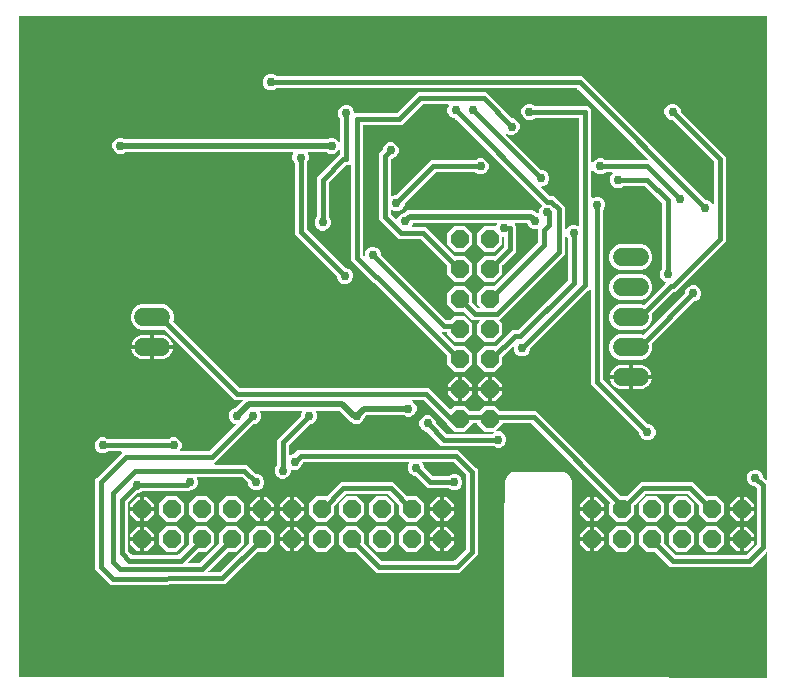
<source format=gbr>
G04 EAGLE Gerber RS-274X export*
G75*
%MOMM*%
%FSLAX34Y34*%
%LPD*%
%INTop Copper*%
%IPPOS*%
%AMOC8*
5,1,8,0,0,1.08239X$1,22.5*%
G01*
%ADD10C,1.524000*%
%ADD11P,1.649562X8X22.500000*%
%ADD12P,1.649562X8X202.500000*%
%ADD13P,1.649562X8X292.500000*%
%ADD14C,0.406400*%
%ADD15C,0.756400*%
%ADD16C,0.508000*%

G36*
X643145Y8969D02*
X643145Y8969D01*
X643167Y8967D01*
X643266Y8988D01*
X643366Y9004D01*
X643386Y9014D01*
X643408Y9019D01*
X643494Y9071D01*
X643584Y9117D01*
X643600Y9134D01*
X643619Y9145D01*
X643685Y9222D01*
X643755Y9295D01*
X643764Y9315D01*
X643779Y9332D01*
X643817Y9426D01*
X643860Y9517D01*
X643862Y9539D01*
X643871Y9560D01*
X643889Y9727D01*
X643889Y114866D01*
X643878Y114937D01*
X643876Y115009D01*
X643858Y115058D01*
X643850Y115109D01*
X643816Y115172D01*
X643791Y115240D01*
X643759Y115280D01*
X643734Y115326D01*
X643682Y115376D01*
X643638Y115432D01*
X643594Y115460D01*
X643556Y115496D01*
X643491Y115526D01*
X643431Y115565D01*
X643380Y115577D01*
X643333Y115599D01*
X643262Y115607D01*
X643192Y115625D01*
X643140Y115621D01*
X643089Y115626D01*
X643018Y115611D01*
X642947Y115606D01*
X642899Y115585D01*
X642848Y115574D01*
X642787Y115537D01*
X642721Y115509D01*
X642665Y115464D01*
X642637Y115448D01*
X642622Y115430D01*
X642590Y115405D01*
X641882Y114696D01*
X641881Y114696D01*
X630855Y103669D01*
X561645Y103669D01*
X549206Y116108D01*
X549133Y116161D01*
X549063Y116221D01*
X549033Y116233D01*
X549007Y116252D01*
X548920Y116279D01*
X548835Y116313D01*
X548794Y116317D01*
X548772Y116324D01*
X548739Y116323D01*
X548668Y116331D01*
X541681Y116331D01*
X535431Y122581D01*
X535431Y131419D01*
X541681Y137669D01*
X550519Y137669D01*
X556769Y131419D01*
X556769Y123232D01*
X556783Y123142D01*
X556791Y123051D01*
X556803Y123021D01*
X556808Y122989D01*
X556851Y122908D01*
X556887Y122825D01*
X556913Y122792D01*
X556924Y122772D01*
X556947Y122750D01*
X556992Y122694D01*
X565632Y114054D01*
X565705Y114001D01*
X565775Y113941D01*
X565805Y113929D01*
X565831Y113910D01*
X565918Y113883D01*
X566003Y113849D01*
X566044Y113845D01*
X566066Y113838D01*
X566099Y113839D01*
X566170Y113831D01*
X626330Y113831D01*
X626420Y113845D01*
X626511Y113853D01*
X626541Y113865D01*
X626573Y113870D01*
X626654Y113913D01*
X626737Y113949D01*
X626770Y113975D01*
X626790Y113986D01*
X626812Y114009D01*
X626868Y114054D01*
X634696Y121882D01*
X634742Y121946D01*
X634760Y121964D01*
X634763Y121972D01*
X634809Y122025D01*
X634821Y122055D01*
X634840Y122081D01*
X634867Y122168D01*
X634901Y122253D01*
X634905Y122294D01*
X634912Y122316D01*
X634911Y122349D01*
X634919Y122420D01*
X634919Y170080D01*
X634905Y170170D01*
X634897Y170261D01*
X634885Y170291D01*
X634880Y170323D01*
X634837Y170404D01*
X634801Y170487D01*
X634775Y170520D01*
X634764Y170540D01*
X634741Y170562D01*
X634696Y170618D01*
X633618Y171696D01*
X633545Y171749D01*
X633475Y171809D01*
X633445Y171821D01*
X633419Y171840D01*
X633332Y171867D01*
X633247Y171901D01*
X633206Y171905D01*
X633184Y171912D01*
X633151Y171911D01*
X633080Y171919D01*
X632391Y171919D01*
X629881Y172959D01*
X627959Y174881D01*
X626919Y177391D01*
X626919Y180109D01*
X627959Y182619D01*
X629881Y184541D01*
X632391Y185581D01*
X635109Y185581D01*
X637619Y184541D01*
X639541Y182619D01*
X640581Y180109D01*
X640581Y179420D01*
X640595Y179330D01*
X640603Y179239D01*
X640615Y179209D01*
X640620Y179177D01*
X640663Y179097D01*
X640699Y179013D01*
X640725Y178980D01*
X640736Y178960D01*
X640759Y178938D01*
X640804Y178882D01*
X642590Y177095D01*
X642648Y177054D01*
X642700Y177004D01*
X642747Y176982D01*
X642789Y176952D01*
X642858Y176931D01*
X642923Y176901D01*
X642975Y176895D01*
X643025Y176880D01*
X643096Y176881D01*
X643167Y176874D01*
X643218Y176885D01*
X643270Y176886D01*
X643338Y176911D01*
X643408Y176926D01*
X643453Y176953D01*
X643501Y176970D01*
X643557Y177015D01*
X643619Y177052D01*
X643653Y177092D01*
X643693Y177124D01*
X643732Y177184D01*
X643779Y177239D01*
X643798Y177287D01*
X643826Y177331D01*
X643844Y177400D01*
X643871Y177467D01*
X643879Y177538D01*
X643887Y177570D01*
X643885Y177593D01*
X643889Y177634D01*
X643889Y568708D01*
X643886Y568728D01*
X643888Y568747D01*
X643866Y568849D01*
X643850Y568951D01*
X643840Y568968D01*
X643836Y568988D01*
X643783Y569077D01*
X643734Y569168D01*
X643720Y569182D01*
X643710Y569199D01*
X643631Y569266D01*
X643556Y569338D01*
X643538Y569346D01*
X643523Y569359D01*
X643427Y569398D01*
X643333Y569441D01*
X643313Y569443D01*
X643295Y569451D01*
X643128Y569469D01*
X10922Y569469D01*
X10902Y569466D01*
X10883Y569468D01*
X10781Y569446D01*
X10679Y569430D01*
X10662Y569420D01*
X10642Y569416D01*
X10553Y569363D01*
X10462Y569314D01*
X10448Y569300D01*
X10431Y569290D01*
X10364Y569211D01*
X10292Y569136D01*
X10284Y569118D01*
X10271Y569103D01*
X10232Y569007D01*
X10189Y568913D01*
X10187Y568893D01*
X10179Y568875D01*
X10161Y568708D01*
X10161Y10922D01*
X10164Y10902D01*
X10162Y10883D01*
X10184Y10781D01*
X10200Y10679D01*
X10210Y10662D01*
X10214Y10642D01*
X10267Y10553D01*
X10316Y10462D01*
X10330Y10448D01*
X10340Y10431D01*
X10419Y10364D01*
X10494Y10292D01*
X10512Y10284D01*
X10527Y10271D01*
X10623Y10232D01*
X10717Y10189D01*
X10737Y10187D01*
X10755Y10179D01*
X10922Y10161D01*
X420678Y10161D01*
X420698Y10164D01*
X420717Y10162D01*
X420819Y10184D01*
X420921Y10200D01*
X420938Y10210D01*
X420958Y10214D01*
X421047Y10267D01*
X421138Y10316D01*
X421152Y10330D01*
X421169Y10340D01*
X421236Y10419D01*
X421308Y10494D01*
X421316Y10512D01*
X421329Y10527D01*
X421368Y10623D01*
X421411Y10717D01*
X421413Y10737D01*
X421421Y10755D01*
X421439Y10922D01*
X421439Y137360D01*
X421429Y137423D01*
X421429Y137486D01*
X421427Y137491D01*
X421439Y139526D01*
X421439Y139528D01*
X421439Y139530D01*
X421439Y141590D01*
X421443Y141618D01*
X421450Y141650D01*
X421448Y141669D01*
X421452Y141699D01*
X421639Y174017D01*
X421639Y174019D01*
X421639Y174022D01*
X421639Y176042D01*
X422423Y177903D01*
X422423Y177905D01*
X422425Y177907D01*
X423198Y179774D01*
X424633Y181192D01*
X424634Y181194D01*
X424636Y181195D01*
X426066Y182626D01*
X427936Y183388D01*
X427938Y183388D01*
X427940Y183389D01*
X429807Y184162D01*
X431827Y184151D01*
X431828Y184151D01*
X431831Y184151D01*
X470651Y184151D01*
X474386Y182604D01*
X477244Y179746D01*
X478791Y176011D01*
X478791Y10847D01*
X478794Y10830D01*
X478792Y10813D01*
X478813Y10709D01*
X478830Y10605D01*
X478839Y10589D01*
X478842Y10572D01*
X478896Y10481D01*
X478946Y10387D01*
X478958Y10375D01*
X478967Y10360D01*
X479047Y10291D01*
X479124Y10218D01*
X479140Y10211D01*
X479153Y10199D01*
X479251Y10159D01*
X479347Y10114D01*
X479364Y10112D01*
X479380Y10106D01*
X479547Y10086D01*
X643123Y8966D01*
X643145Y8969D01*
G37*
%LPC*%
G36*
X541141Y210669D02*
X541141Y210669D01*
X538631Y211709D01*
X536709Y213631D01*
X535669Y216141D01*
X535669Y216830D01*
X535655Y216920D01*
X535647Y217011D01*
X535635Y217041D01*
X535630Y217073D01*
X535587Y217154D01*
X535551Y217238D01*
X535525Y217270D01*
X535514Y217290D01*
X535491Y217313D01*
X535446Y217368D01*
X498118Y254696D01*
X494919Y257895D01*
X494919Y338396D01*
X494908Y338467D01*
X494906Y338539D01*
X494888Y338588D01*
X494880Y338639D01*
X494846Y338702D01*
X494821Y338770D01*
X494789Y338810D01*
X494764Y338856D01*
X494712Y338906D01*
X494668Y338962D01*
X494624Y338990D01*
X494586Y339026D01*
X494521Y339056D01*
X494461Y339095D01*
X494410Y339107D01*
X494363Y339129D01*
X494292Y339137D01*
X494222Y339155D01*
X494170Y339151D01*
X494119Y339156D01*
X494048Y339141D01*
X493977Y339136D01*
X493929Y339115D01*
X493878Y339104D01*
X493817Y339067D01*
X493751Y339039D01*
X493695Y338995D01*
X493667Y338978D01*
X493652Y338960D01*
X493620Y338935D01*
X491882Y337196D01*
X443304Y288618D01*
X443251Y288545D01*
X443191Y288475D01*
X443179Y288445D01*
X443160Y288419D01*
X443133Y288332D01*
X443099Y288247D01*
X443095Y288206D01*
X443088Y288184D01*
X443089Y288151D01*
X443081Y288080D01*
X443081Y287391D01*
X442041Y284881D01*
X440119Y282959D01*
X437609Y281919D01*
X434891Y281919D01*
X432381Y282959D01*
X430459Y284881D01*
X429419Y287391D01*
X429419Y289146D01*
X429408Y289217D01*
X429406Y289289D01*
X429388Y289338D01*
X429380Y289389D01*
X429346Y289452D01*
X429321Y289520D01*
X429289Y289560D01*
X429264Y289606D01*
X429212Y289656D01*
X429168Y289712D01*
X429124Y289740D01*
X429086Y289776D01*
X429021Y289806D01*
X428961Y289845D01*
X428910Y289857D01*
X428863Y289879D01*
X428792Y289887D01*
X428722Y289905D01*
X428670Y289901D01*
X428619Y289906D01*
X428548Y289891D01*
X428477Y289886D01*
X428429Y289865D01*
X428378Y289854D01*
X428317Y289817D01*
X428251Y289789D01*
X428195Y289745D01*
X428167Y289728D01*
X428152Y289710D01*
X428120Y289685D01*
X419832Y281396D01*
X419779Y281323D01*
X419719Y281253D01*
X419707Y281223D01*
X419688Y281197D01*
X419661Y281110D01*
X419627Y281025D01*
X419623Y280984D01*
X419616Y280962D01*
X419617Y280929D01*
X419609Y280858D01*
X419609Y274981D01*
X413359Y268731D01*
X404521Y268731D01*
X398271Y274981D01*
X398271Y283819D01*
X404521Y290069D01*
X413429Y290069D01*
X413444Y290060D01*
X413544Y290034D01*
X413643Y290004D01*
X413663Y290004D01*
X413682Y290000D01*
X413785Y290008D01*
X413889Y290010D01*
X413907Y290017D01*
X413927Y290019D01*
X414022Y290059D01*
X414120Y290095D01*
X414135Y290107D01*
X414154Y290115D01*
X414285Y290220D01*
X427895Y303831D01*
X432580Y303831D01*
X432670Y303845D01*
X432761Y303853D01*
X432791Y303865D01*
X432823Y303870D01*
X432904Y303913D01*
X432987Y303949D01*
X433020Y303975D01*
X433040Y303986D01*
X433062Y304009D01*
X433118Y304054D01*
X474696Y345632D01*
X474749Y345705D01*
X474809Y345775D01*
X474821Y345805D01*
X474840Y345831D01*
X474867Y345918D01*
X474901Y346003D01*
X474905Y346044D01*
X474912Y346066D01*
X474911Y346099D01*
X474919Y346170D01*
X474919Y381355D01*
X474905Y381445D01*
X474897Y381536D01*
X474885Y381566D01*
X474880Y381598D01*
X474837Y381679D01*
X474801Y381763D01*
X474775Y381795D01*
X474764Y381815D01*
X474741Y381838D01*
X474696Y381894D01*
X474209Y382381D01*
X474045Y382776D01*
X473994Y382859D01*
X473948Y382945D01*
X473929Y382963D01*
X473916Y382985D01*
X473841Y383048D01*
X473770Y383115D01*
X473746Y383126D01*
X473726Y383142D01*
X473635Y383177D01*
X473547Y383218D01*
X473521Y383221D01*
X473497Y383230D01*
X473399Y383235D01*
X473303Y383245D01*
X473277Y383240D01*
X473251Y383241D01*
X473157Y383214D01*
X473062Y383193D01*
X473040Y383180D01*
X473015Y383172D01*
X472935Y383117D01*
X472851Y383067D01*
X472834Y383047D01*
X472813Y383032D01*
X472754Y382954D01*
X472691Y382880D01*
X472681Y382856D01*
X472666Y382835D01*
X472636Y382742D01*
X472599Y382652D01*
X472596Y382619D01*
X472590Y382601D01*
X472590Y382568D01*
X472581Y382485D01*
X472581Y367895D01*
X469382Y364696D01*
X417295Y312610D01*
X417283Y312593D01*
X417268Y312581D01*
X417211Y312494D01*
X417151Y312410D01*
X417145Y312391D01*
X417135Y312374D01*
X417109Y312274D01*
X417079Y312175D01*
X417079Y312155D01*
X417075Y312136D01*
X417083Y312033D01*
X417085Y311929D01*
X417092Y311910D01*
X417094Y311890D01*
X417134Y311796D01*
X417170Y311698D01*
X417182Y311682D01*
X417190Y311664D01*
X417295Y311533D01*
X419609Y309219D01*
X419609Y300381D01*
X413359Y294131D01*
X404521Y294131D01*
X398271Y300381D01*
X398271Y309219D01*
X400172Y311120D01*
X400214Y311178D01*
X400263Y311230D01*
X400285Y311277D01*
X400315Y311319D01*
X400337Y311388D01*
X400367Y311453D01*
X400372Y311505D01*
X400388Y311555D01*
X400386Y311626D01*
X400394Y311697D01*
X400383Y311748D01*
X400381Y311800D01*
X400357Y311868D01*
X400342Y311938D01*
X400315Y311983D01*
X400297Y312031D01*
X400252Y312087D01*
X400215Y312149D01*
X400176Y312183D01*
X400143Y312223D01*
X400083Y312262D01*
X400028Y312309D01*
X399980Y312328D01*
X399936Y312356D01*
X399867Y312374D01*
X399800Y312401D01*
X399729Y312409D01*
X399698Y312417D01*
X399675Y312415D01*
X399634Y312419D01*
X394145Y312419D01*
X390946Y315618D01*
X387256Y319308D01*
X387183Y319361D01*
X387113Y319421D01*
X387083Y319433D01*
X387057Y319452D01*
X386970Y319479D01*
X386885Y319513D01*
X386844Y319517D01*
X386822Y319524D01*
X386789Y319523D01*
X386718Y319531D01*
X379121Y319531D01*
X372871Y325781D01*
X372871Y334619D01*
X379121Y340869D01*
X387959Y340869D01*
X394209Y334619D01*
X394209Y327042D01*
X394223Y326952D01*
X394231Y326861D01*
X394243Y326831D01*
X394248Y326799D01*
X394291Y326718D01*
X394327Y326634D01*
X394353Y326602D01*
X394364Y326582D01*
X394387Y326559D01*
X394432Y326504D01*
X398132Y322804D01*
X398205Y322751D01*
X398275Y322691D01*
X398305Y322679D01*
X398331Y322660D01*
X398418Y322633D01*
X398503Y322599D01*
X398544Y322595D01*
X398566Y322588D01*
X398599Y322589D01*
X398670Y322581D01*
X399634Y322581D01*
X399704Y322592D01*
X399776Y322594D01*
X399825Y322612D01*
X399876Y322620D01*
X399940Y322654D01*
X400007Y322679D01*
X400048Y322711D01*
X400094Y322736D01*
X400143Y322788D01*
X400199Y322832D01*
X400227Y322876D01*
X400263Y322914D01*
X400293Y322979D01*
X400332Y323039D01*
X400345Y323090D01*
X400367Y323137D01*
X400375Y323208D01*
X400392Y323278D01*
X400388Y323330D01*
X400394Y323381D01*
X400379Y323452D01*
X400373Y323523D01*
X400353Y323571D01*
X400342Y323622D01*
X400305Y323683D01*
X400277Y323749D01*
X400232Y323805D01*
X400215Y323833D01*
X400199Y323847D01*
X400195Y323853D01*
X400190Y323857D01*
X400172Y323880D01*
X398271Y325781D01*
X398271Y334619D01*
X404521Y340869D01*
X412118Y340869D01*
X412208Y340883D01*
X412299Y340891D01*
X412329Y340903D01*
X412361Y340908D01*
X412442Y340951D01*
X412525Y340987D01*
X412558Y341013D01*
X412578Y341024D01*
X412580Y341025D01*
X412580Y341026D01*
X412601Y341047D01*
X412656Y341092D01*
X449696Y378132D01*
X449749Y378205D01*
X449809Y378275D01*
X449821Y378305D01*
X449840Y378331D01*
X449867Y378418D01*
X449901Y378503D01*
X449905Y378544D01*
X449912Y378566D01*
X449911Y378599D01*
X449919Y378670D01*
X449919Y388719D01*
X449912Y388765D01*
X449914Y388811D01*
X449892Y388885D01*
X449880Y388962D01*
X449858Y389003D01*
X449845Y389047D01*
X449801Y389111D01*
X449764Y389179D01*
X449731Y389211D01*
X449705Y389249D01*
X449642Y389295D01*
X449586Y389349D01*
X449544Y389368D01*
X449508Y389396D01*
X449434Y389420D01*
X449363Y389452D01*
X449317Y389457D01*
X449274Y389472D01*
X449196Y389471D01*
X449119Y389480D01*
X449074Y389470D01*
X449028Y389469D01*
X448897Y389431D01*
X448878Y389427D01*
X448874Y389425D01*
X448867Y389423D01*
X448859Y389419D01*
X446141Y389419D01*
X443631Y390459D01*
X441709Y392381D01*
X441063Y393941D01*
X441001Y394041D01*
X440941Y394141D01*
X440936Y394145D01*
X440933Y394150D01*
X440843Y394225D01*
X440754Y394301D01*
X440748Y394303D01*
X440744Y394307D01*
X440635Y394349D01*
X440526Y394393D01*
X440519Y394394D01*
X440514Y394395D01*
X440496Y394396D01*
X440359Y394411D01*
X430862Y394411D01*
X430791Y394400D01*
X430719Y394398D01*
X430670Y394380D01*
X430619Y394372D01*
X430556Y394338D01*
X430488Y394313D01*
X430448Y394281D01*
X430402Y394256D01*
X430352Y394204D01*
X430296Y394160D01*
X430268Y394116D01*
X430232Y394078D01*
X430202Y394013D01*
X430163Y393953D01*
X430151Y393902D01*
X430129Y393855D01*
X430121Y393784D01*
X430103Y393714D01*
X430107Y393662D01*
X430102Y393611D01*
X430117Y393540D01*
X430122Y393469D01*
X430143Y393421D01*
X430154Y393370D01*
X430191Y393309D01*
X430219Y393243D01*
X430263Y393187D01*
X430280Y393159D01*
X430298Y393144D01*
X430323Y393112D01*
X431331Y392105D01*
X431331Y370395D01*
X419832Y358896D01*
X419787Y358834D01*
X419762Y358808D01*
X419757Y358797D01*
X419719Y358753D01*
X419707Y358723D01*
X419688Y358697D01*
X419661Y358610D01*
X419627Y358525D01*
X419623Y358484D01*
X419616Y358462D01*
X419617Y358429D01*
X419609Y358358D01*
X419609Y351181D01*
X413359Y344931D01*
X404521Y344931D01*
X398271Y351181D01*
X398271Y360019D01*
X404521Y366269D01*
X412518Y366269D01*
X412608Y366283D01*
X412699Y366291D01*
X412729Y366303D01*
X412761Y366308D01*
X412842Y366351D01*
X412925Y366387D01*
X412958Y366413D01*
X412978Y366424D01*
X413000Y366447D01*
X413056Y366492D01*
X420946Y374382D01*
X420999Y374455D01*
X421059Y374525D01*
X421071Y374555D01*
X421090Y374581D01*
X421117Y374668D01*
X421151Y374753D01*
X421155Y374794D01*
X421162Y374816D01*
X421161Y374849D01*
X421169Y374920D01*
X421169Y382408D01*
X421166Y382428D01*
X421168Y382447D01*
X421146Y382549D01*
X421130Y382651D01*
X421120Y382668D01*
X421116Y382688D01*
X421063Y382777D01*
X421014Y382868D01*
X421000Y382882D01*
X420990Y382899D01*
X420911Y382966D01*
X420836Y383038D01*
X420818Y383046D01*
X420803Y383059D01*
X420707Y383098D01*
X420613Y383141D01*
X420593Y383143D01*
X420575Y383151D01*
X420408Y383169D01*
X420370Y383169D01*
X420350Y383166D01*
X420331Y383168D01*
X420229Y383146D01*
X420127Y383130D01*
X420110Y383120D01*
X420090Y383116D01*
X420001Y383063D01*
X419910Y383014D01*
X419896Y383000D01*
X419879Y382990D01*
X419812Y382911D01*
X419740Y382836D01*
X419732Y382818D01*
X419719Y382803D01*
X419680Y382707D01*
X419637Y382613D01*
X419635Y382593D01*
X419627Y382575D01*
X419609Y382408D01*
X419609Y376581D01*
X413359Y370331D01*
X404521Y370331D01*
X398271Y376581D01*
X398271Y385419D01*
X404521Y391669D01*
X413359Y391669D01*
X413394Y391634D01*
X413431Y391607D01*
X413462Y391573D01*
X413531Y391536D01*
X413594Y391490D01*
X413638Y391477D01*
X413678Y391455D01*
X413754Y391441D01*
X413829Y391418D01*
X413875Y391419D01*
X413920Y391411D01*
X413997Y391422D01*
X414075Y391424D01*
X414118Y391440D01*
X414163Y391447D01*
X414233Y391482D01*
X414306Y391509D01*
X414341Y391537D01*
X414382Y391558D01*
X414437Y391614D01*
X414498Y391662D01*
X414522Y391701D01*
X414555Y391734D01*
X414621Y391854D01*
X414631Y391869D01*
X414632Y391874D01*
X414636Y391881D01*
X415248Y393359D01*
X415258Y393403D01*
X415278Y393445D01*
X415286Y393522D01*
X415304Y393598D01*
X415300Y393644D01*
X415305Y393689D01*
X415288Y393766D01*
X415281Y393843D01*
X415262Y393885D01*
X415252Y393930D01*
X415212Y393997D01*
X415181Y394068D01*
X415150Y394102D01*
X415126Y394141D01*
X415067Y394192D01*
X415014Y394249D01*
X414974Y394271D01*
X414939Y394301D01*
X414867Y394330D01*
X414799Y394367D01*
X414754Y394376D01*
X414711Y394393D01*
X414575Y394408D01*
X414557Y394411D01*
X414552Y394410D01*
X414544Y394411D01*
X344641Y394411D01*
X344526Y394392D01*
X344410Y394375D01*
X344404Y394373D01*
X344398Y394372D01*
X344295Y394317D01*
X344190Y394264D01*
X344186Y394259D01*
X344180Y394256D01*
X344101Y394172D01*
X344018Y394088D01*
X344014Y394082D01*
X344011Y394078D01*
X344003Y394061D01*
X343937Y393941D01*
X343292Y392383D01*
X343281Y392339D01*
X343262Y392297D01*
X343253Y392220D01*
X343236Y392144D01*
X343240Y392098D01*
X343235Y392053D01*
X343251Y391976D01*
X343259Y391899D01*
X343277Y391857D01*
X343287Y391812D01*
X343327Y391745D01*
X343359Y391674D01*
X343390Y391640D01*
X343413Y391601D01*
X343472Y391550D01*
X343525Y391493D01*
X343565Y391471D01*
X343600Y391441D01*
X343673Y391412D01*
X343741Y391375D01*
X343786Y391366D01*
X343828Y391349D01*
X343964Y391334D01*
X343983Y391331D01*
X343988Y391332D01*
X343995Y391331D01*
X354605Y391331D01*
X379444Y366492D01*
X379517Y366439D01*
X379587Y366379D01*
X379617Y366367D01*
X379643Y366348D01*
X379730Y366321D01*
X379815Y366287D01*
X379856Y366283D01*
X379878Y366276D01*
X379911Y366277D01*
X379982Y366269D01*
X387959Y366269D01*
X394209Y360019D01*
X394209Y351181D01*
X387959Y344931D01*
X379121Y344931D01*
X372871Y351181D01*
X372871Y358378D01*
X372867Y358403D01*
X372869Y358419D01*
X372856Y358480D01*
X372849Y358559D01*
X372837Y358589D01*
X372832Y358621D01*
X372820Y358642D01*
X372817Y358659D01*
X372782Y358716D01*
X372753Y358785D01*
X372727Y358818D01*
X372716Y358838D01*
X372701Y358853D01*
X372690Y358870D01*
X372673Y358885D01*
X372648Y358916D01*
X350618Y380946D01*
X350545Y380999D01*
X350475Y381059D01*
X350445Y381071D01*
X350419Y381090D01*
X350332Y381117D01*
X350247Y381151D01*
X350206Y381155D01*
X350184Y381162D01*
X350151Y381161D01*
X350080Y381169D01*
X331645Y381169D01*
X314919Y397895D01*
X314919Y453095D01*
X317946Y456122D01*
X317999Y456195D01*
X318059Y456265D01*
X318071Y456295D01*
X318090Y456321D01*
X318117Y456408D01*
X318151Y456493D01*
X318155Y456534D01*
X318162Y456556D01*
X318161Y456589D01*
X318169Y456660D01*
X318169Y457349D01*
X319209Y459859D01*
X321131Y461781D01*
X323641Y462821D01*
X326359Y462821D01*
X328869Y461781D01*
X330791Y459859D01*
X331831Y457349D01*
X331831Y454631D01*
X330791Y452121D01*
X328869Y450199D01*
X326359Y449159D01*
X325842Y449159D01*
X325822Y449156D01*
X325803Y449158D01*
X325701Y449136D01*
X325599Y449120D01*
X325582Y449110D01*
X325562Y449106D01*
X325473Y449053D01*
X325382Y449004D01*
X325368Y448990D01*
X325351Y448980D01*
X325284Y448901D01*
X325212Y448826D01*
X325204Y448808D01*
X325191Y448793D01*
X325152Y448697D01*
X325109Y448603D01*
X325107Y448583D01*
X325099Y448565D01*
X325081Y448398D01*
X325081Y417825D01*
X325088Y417780D01*
X325086Y417734D01*
X325108Y417659D01*
X325120Y417582D01*
X325142Y417542D01*
X325155Y417498D01*
X325199Y417434D01*
X325236Y417365D01*
X325269Y417333D01*
X325295Y417296D01*
X325357Y417249D01*
X325414Y417196D01*
X325456Y417176D01*
X325492Y417149D01*
X325566Y417125D01*
X325637Y417092D01*
X325683Y417087D01*
X325726Y417073D01*
X325804Y417074D01*
X325881Y417065D01*
X325926Y417075D01*
X325972Y417075D01*
X326104Y417113D01*
X326122Y417117D01*
X326126Y417120D01*
X326133Y417122D01*
X328641Y418161D01*
X329330Y418161D01*
X329420Y418175D01*
X329511Y418183D01*
X329541Y418195D01*
X329573Y418200D01*
X329654Y418243D01*
X329737Y418279D01*
X329770Y418305D01*
X329790Y418316D01*
X329812Y418339D01*
X329868Y418384D01*
X359065Y447581D01*
X396355Y447581D01*
X396445Y447595D01*
X396536Y447603D01*
X396566Y447615D01*
X396598Y447620D01*
X396679Y447663D01*
X396763Y447699D01*
X396795Y447725D01*
X396815Y447736D01*
X396838Y447759D01*
X396894Y447804D01*
X397381Y448291D01*
X399891Y449331D01*
X402609Y449331D01*
X405119Y448291D01*
X407041Y446369D01*
X408081Y443859D01*
X408081Y441141D01*
X407041Y438631D01*
X405119Y436709D01*
X402609Y435669D01*
X399891Y435669D01*
X397381Y436709D01*
X396894Y437196D01*
X396820Y437249D01*
X396750Y437309D01*
X396720Y437321D01*
X396694Y437340D01*
X396607Y437367D01*
X396522Y437401D01*
X396481Y437405D01*
X396459Y437412D01*
X396427Y437411D01*
X396355Y437419D01*
X363590Y437419D01*
X363500Y437405D01*
X363409Y437397D01*
X363379Y437385D01*
X363347Y437380D01*
X363266Y437337D01*
X363183Y437301D01*
X363150Y437275D01*
X363130Y437264D01*
X363108Y437241D01*
X363052Y437196D01*
X337054Y411198D01*
X337001Y411125D01*
X336941Y411055D01*
X336929Y411025D01*
X336910Y410999D01*
X336883Y410912D01*
X336849Y410827D01*
X336845Y410786D01*
X336838Y410764D01*
X336839Y410731D01*
X336831Y410660D01*
X336831Y409971D01*
X335791Y407461D01*
X333869Y405539D01*
X331359Y404499D01*
X328641Y404499D01*
X326133Y405538D01*
X326089Y405549D01*
X326047Y405568D01*
X325970Y405577D01*
X325894Y405594D01*
X325848Y405590D01*
X325803Y405595D01*
X325726Y405579D01*
X325649Y405571D01*
X325607Y405553D01*
X325562Y405543D01*
X325495Y405503D01*
X325424Y405471D01*
X325390Y405440D01*
X325351Y405417D01*
X325300Y405358D01*
X325243Y405305D01*
X325221Y405265D01*
X325191Y405230D01*
X325162Y405157D01*
X325125Y405089D01*
X325116Y405044D01*
X325099Y405002D01*
X325084Y404866D01*
X325081Y404847D01*
X325082Y404842D01*
X325081Y404835D01*
X325081Y402420D01*
X325095Y402330D01*
X325103Y402239D01*
X325115Y402209D01*
X325120Y402177D01*
X325163Y402096D01*
X325199Y402013D01*
X325225Y401980D01*
X325236Y401960D01*
X325259Y401938D01*
X325304Y401882D01*
X329544Y397642D01*
X329581Y397615D01*
X329612Y397581D01*
X329680Y397543D01*
X329743Y397498D01*
X329787Y397485D01*
X329827Y397462D01*
X329904Y397449D01*
X329978Y397426D01*
X330024Y397427D01*
X330069Y397419D01*
X330147Y397430D01*
X330224Y397432D01*
X330267Y397448D01*
X330313Y397455D01*
X330382Y397490D01*
X330455Y397517D01*
X330491Y397545D01*
X330532Y397566D01*
X330587Y397622D01*
X330647Y397670D01*
X330672Y397709D01*
X330704Y397742D01*
X330770Y397861D01*
X330780Y397877D01*
X330782Y397882D01*
X330785Y397889D01*
X331709Y400119D01*
X333631Y402041D01*
X336161Y403089D01*
X336202Y403095D01*
X336293Y403103D01*
X336323Y403115D01*
X336354Y403120D01*
X336435Y403163D01*
X336519Y403199D01*
X336551Y403225D01*
X336572Y403236D01*
X336594Y403259D01*
X336650Y403304D01*
X338084Y404738D01*
X340138Y405589D01*
X444862Y405589D01*
X446916Y404738D01*
X448350Y403304D01*
X448424Y403251D01*
X448493Y403191D01*
X448524Y403179D01*
X448550Y403160D01*
X448637Y403133D01*
X448722Y403099D01*
X448762Y403095D01*
X448785Y403088D01*
X448817Y403089D01*
X448848Y403085D01*
X449617Y402767D01*
X449661Y402756D01*
X449703Y402737D01*
X449780Y402728D01*
X449856Y402711D01*
X449902Y402715D01*
X449947Y402710D01*
X450024Y402726D01*
X450101Y402734D01*
X450143Y402752D01*
X450188Y402762D01*
X450255Y402802D01*
X450326Y402834D01*
X450360Y402865D01*
X450399Y402888D01*
X450450Y402947D01*
X450507Y403000D01*
X450529Y403040D01*
X450559Y403075D01*
X450588Y403147D01*
X450625Y403216D01*
X450634Y403261D01*
X450651Y403303D01*
X450666Y403439D01*
X450669Y403458D01*
X450668Y403463D01*
X450669Y403470D01*
X450669Y405109D01*
X451709Y407619D01*
X452914Y408824D01*
X452926Y408840D01*
X452941Y408853D01*
X452997Y408940D01*
X453058Y409024D01*
X453063Y409043D01*
X453074Y409060D01*
X453100Y409160D01*
X453130Y409259D01*
X453129Y409279D01*
X453134Y409298D01*
X453126Y409401D01*
X453124Y409505D01*
X453117Y409524D01*
X453115Y409543D01*
X453075Y409638D01*
X453039Y409736D01*
X453027Y409752D01*
X453019Y409770D01*
X452941Y409867D01*
X452937Y409874D01*
X452932Y409878D01*
X452914Y409901D01*
X379868Y482946D01*
X379795Y482999D01*
X379725Y483059D01*
X379695Y483071D01*
X379669Y483090D01*
X379582Y483117D01*
X379497Y483151D01*
X379456Y483155D01*
X379434Y483162D01*
X379401Y483161D01*
X379330Y483169D01*
X378641Y483169D01*
X376131Y484209D01*
X374209Y486131D01*
X373169Y488641D01*
X373169Y491359D01*
X374208Y493867D01*
X374219Y493911D01*
X374238Y493953D01*
X374247Y494030D01*
X374264Y494106D01*
X374260Y494152D01*
X374265Y494197D01*
X374249Y494274D01*
X374241Y494351D01*
X374223Y494393D01*
X374213Y494438D01*
X374173Y494505D01*
X374141Y494576D01*
X374110Y494610D01*
X374087Y494649D01*
X374028Y494700D01*
X373975Y494757D01*
X373935Y494779D01*
X373900Y494809D01*
X373827Y494838D01*
X373759Y494875D01*
X373714Y494884D01*
X373672Y494901D01*
X373536Y494916D01*
X373517Y494919D01*
X373512Y494918D01*
X373505Y494919D01*
X352420Y494919D01*
X352330Y494905D01*
X352239Y494897D01*
X352209Y494885D01*
X352177Y494880D01*
X352096Y494837D01*
X352013Y494801D01*
X351980Y494775D01*
X351960Y494764D01*
X351938Y494741D01*
X351882Y494696D01*
X334605Y477419D01*
X302092Y477419D01*
X302072Y477416D01*
X302053Y477418D01*
X301951Y477396D01*
X301849Y477380D01*
X301832Y477370D01*
X301812Y477366D01*
X301723Y477313D01*
X301632Y477264D01*
X301618Y477250D01*
X301601Y477240D01*
X301534Y477161D01*
X301462Y477086D01*
X301454Y477068D01*
X301441Y477053D01*
X301402Y476957D01*
X301359Y476863D01*
X301357Y476843D01*
X301349Y476825D01*
X301331Y476658D01*
X301331Y367420D01*
X301345Y367330D01*
X301353Y367239D01*
X301365Y367209D01*
X301370Y367177D01*
X301413Y367097D01*
X301449Y367013D01*
X301475Y366980D01*
X301486Y366960D01*
X301509Y366938D01*
X301554Y366882D01*
X301770Y366666D01*
X301828Y366624D01*
X301880Y366574D01*
X301927Y366552D01*
X301969Y366522D01*
X302038Y366501D01*
X302103Y366471D01*
X302155Y366465D01*
X302204Y366450D01*
X302276Y366451D01*
X302347Y366444D01*
X302398Y366455D01*
X302450Y366456D01*
X302518Y366481D01*
X302588Y366496D01*
X302633Y366523D01*
X302681Y366540D01*
X302737Y366585D01*
X302799Y366622D01*
X302833Y366662D01*
X302873Y366694D01*
X302912Y366754D01*
X302959Y366809D01*
X302978Y366857D01*
X303006Y366901D01*
X303024Y366970D01*
X303051Y367037D01*
X303059Y367108D01*
X303067Y367139D01*
X303065Y367163D01*
X303069Y367204D01*
X303069Y368999D01*
X304109Y371509D01*
X306031Y373431D01*
X308541Y374471D01*
X311259Y374471D01*
X313769Y373431D01*
X315691Y371509D01*
X316731Y368999D01*
X316731Y368310D01*
X316745Y368220D01*
X316753Y368129D01*
X316765Y368099D01*
X316770Y368067D01*
X316813Y367986D01*
X316849Y367903D01*
X316875Y367870D01*
X316886Y367850D01*
X316909Y367828D01*
X316954Y367772D01*
X371922Y312804D01*
X371995Y312751D01*
X372065Y312691D01*
X372095Y312679D01*
X372121Y312660D01*
X372208Y312633D01*
X372293Y312599D01*
X372334Y312595D01*
X372356Y312588D01*
X372389Y312589D01*
X372460Y312581D01*
X375918Y312581D01*
X376008Y312595D01*
X376099Y312603D01*
X376128Y312615D01*
X376160Y312620D01*
X376241Y312663D01*
X376325Y312699D01*
X376357Y312725D01*
X376378Y312736D01*
X376400Y312759D01*
X376456Y312804D01*
X379121Y315469D01*
X387959Y315469D01*
X394209Y309219D01*
X394209Y300381D01*
X387959Y294131D01*
X379121Y294131D01*
X372871Y300381D01*
X372871Y301658D01*
X372868Y301678D01*
X372870Y301697D01*
X372848Y301799D01*
X372832Y301901D01*
X372822Y301918D01*
X372818Y301938D01*
X372765Y302027D01*
X372716Y302118D01*
X372702Y302132D01*
X372692Y302149D01*
X372613Y302216D01*
X372538Y302288D01*
X372520Y302296D01*
X372505Y302309D01*
X372409Y302348D01*
X372315Y302391D01*
X372295Y302393D01*
X372277Y302401D01*
X372110Y302419D01*
X369104Y302419D01*
X369033Y302408D01*
X368961Y302406D01*
X368912Y302388D01*
X368861Y302380D01*
X368798Y302346D01*
X368730Y302321D01*
X368690Y302289D01*
X368644Y302264D01*
X368594Y302212D01*
X368538Y302168D01*
X368510Y302124D01*
X368474Y302086D01*
X368444Y302021D01*
X368405Y301961D01*
X368393Y301910D01*
X368371Y301863D01*
X368363Y301792D01*
X368345Y301722D01*
X368349Y301670D01*
X368344Y301619D01*
X368359Y301548D01*
X368364Y301477D01*
X368385Y301429D01*
X368396Y301378D01*
X368433Y301317D01*
X368461Y301251D01*
X368505Y301195D01*
X368522Y301167D01*
X368540Y301152D01*
X368565Y301120D01*
X379394Y290292D01*
X379467Y290239D01*
X379537Y290179D01*
X379567Y290167D01*
X379593Y290148D01*
X379680Y290121D01*
X379765Y290087D01*
X379806Y290083D01*
X379828Y290076D01*
X379861Y290077D01*
X379932Y290069D01*
X387959Y290069D01*
X394209Y283819D01*
X394209Y274981D01*
X387959Y268731D01*
X379121Y268731D01*
X372871Y274981D01*
X372871Y282128D01*
X372857Y282218D01*
X372849Y282309D01*
X372837Y282339D01*
X372832Y282371D01*
X372789Y282452D01*
X372753Y282535D01*
X372727Y282568D01*
X372716Y282588D01*
X372693Y282610D01*
X372648Y282666D01*
X311868Y343446D01*
X311795Y343499D01*
X311725Y343559D01*
X311695Y343571D01*
X311669Y343590D01*
X311582Y343617D01*
X311497Y343651D01*
X311456Y343655D01*
X311434Y343662D01*
X311401Y343661D01*
X311330Y343669D01*
X310395Y343669D01*
X291169Y362895D01*
X291169Y443396D01*
X291158Y443467D01*
X291156Y443539D01*
X291138Y443588D01*
X291130Y443639D01*
X291096Y443702D01*
X291071Y443770D01*
X291039Y443810D01*
X291014Y443856D01*
X290962Y443906D01*
X290918Y443962D01*
X290874Y443990D01*
X290836Y444026D01*
X290771Y444056D01*
X290711Y444095D01*
X290660Y444107D01*
X290613Y444129D01*
X290542Y444137D01*
X290472Y444155D01*
X290420Y444151D01*
X290369Y444156D01*
X290298Y444141D01*
X290227Y444136D01*
X290179Y444115D01*
X290128Y444104D01*
X290067Y444067D01*
X290001Y444039D01*
X289945Y443994D01*
X289917Y443978D01*
X289902Y443960D01*
X289870Y443935D01*
X289604Y443669D01*
X287420Y443669D01*
X287330Y443655D01*
X287239Y443647D01*
X287209Y443635D01*
X287177Y443630D01*
X287096Y443587D01*
X287013Y443551D01*
X286980Y443525D01*
X286960Y443514D01*
X286938Y443491D01*
X286882Y443446D01*
X272804Y429368D01*
X272751Y429295D01*
X272691Y429225D01*
X272679Y429195D01*
X272660Y429169D01*
X272633Y429082D01*
X272599Y428997D01*
X272595Y428956D01*
X272588Y428934D01*
X272589Y428901D01*
X272581Y428830D01*
X272581Y399895D01*
X272595Y399805D01*
X272603Y399714D01*
X272615Y399684D01*
X272620Y399652D01*
X272663Y399571D01*
X272699Y399487D01*
X272725Y399455D01*
X272736Y399435D01*
X272759Y399412D01*
X272804Y399356D01*
X273291Y398869D01*
X274331Y396359D01*
X274331Y393641D01*
X273291Y391131D01*
X271369Y389209D01*
X268859Y388169D01*
X266141Y388169D01*
X263631Y389209D01*
X261709Y391131D01*
X260669Y393641D01*
X260669Y396359D01*
X261709Y398869D01*
X262196Y399356D01*
X262249Y399430D01*
X262309Y399500D01*
X262321Y399530D01*
X262340Y399556D01*
X262367Y399643D01*
X262401Y399728D01*
X262405Y399769D01*
X262412Y399791D01*
X262411Y399823D01*
X262419Y399895D01*
X262419Y433355D01*
X282196Y453132D01*
X282249Y453205D01*
X282309Y453275D01*
X282321Y453305D01*
X282340Y453331D01*
X282367Y453418D01*
X282401Y453503D01*
X282405Y453544D01*
X282412Y453566D01*
X282411Y453599D01*
X282419Y453670D01*
X282419Y456235D01*
X282404Y456331D01*
X282394Y456428D01*
X282384Y456452D01*
X282380Y456478D01*
X282334Y456564D01*
X282294Y456653D01*
X282277Y456672D01*
X282264Y456695D01*
X282194Y456762D01*
X282128Y456834D01*
X282105Y456847D01*
X282086Y456865D01*
X281998Y456906D01*
X281912Y456953D01*
X281887Y456957D01*
X281863Y456968D01*
X281766Y456979D01*
X281670Y456996D01*
X281644Y456992D01*
X281619Y456995D01*
X281524Y456975D01*
X281427Y456961D01*
X281404Y456949D01*
X281378Y456943D01*
X281295Y456893D01*
X281208Y456849D01*
X281189Y456830D01*
X281167Y456817D01*
X281104Y456743D01*
X281036Y456673D01*
X281020Y456645D01*
X281007Y456630D01*
X280995Y456599D01*
X280955Y456526D01*
X280791Y456131D01*
X278869Y454209D01*
X276359Y453169D01*
X273641Y453169D01*
X271111Y454217D01*
X271078Y454241D01*
X271008Y454301D01*
X270978Y454313D01*
X270952Y454332D01*
X270865Y454359D01*
X270780Y454393D01*
X270739Y454397D01*
X270717Y454404D01*
X270685Y454403D01*
X270613Y454411D01*
X255456Y454411D01*
X255410Y454404D01*
X255364Y454406D01*
X255290Y454384D01*
X255213Y454372D01*
X255172Y454350D01*
X255128Y454337D01*
X255064Y454293D01*
X254995Y454256D01*
X254964Y454223D01*
X254926Y454197D01*
X254880Y454134D01*
X254826Y454078D01*
X254807Y454036D01*
X254779Y454000D01*
X254755Y453926D01*
X254722Y453855D01*
X254717Y453809D01*
X254703Y453766D01*
X254704Y453688D01*
X254695Y453611D01*
X254705Y453566D01*
X254706Y453520D01*
X254744Y453388D01*
X254748Y453370D01*
X254750Y453366D01*
X254752Y453359D01*
X255581Y451359D01*
X255581Y448641D01*
X254541Y446131D01*
X254054Y445644D01*
X254001Y445570D01*
X253941Y445500D01*
X253929Y445470D01*
X253910Y445444D01*
X253883Y445357D01*
X253849Y445272D01*
X253845Y445231D01*
X253838Y445209D01*
X253839Y445177D01*
X253831Y445105D01*
X253831Y389720D01*
X253845Y389630D01*
X253853Y389539D01*
X253865Y389509D01*
X253870Y389477D01*
X253913Y389396D01*
X253949Y389313D01*
X253975Y389280D01*
X253986Y389260D01*
X254009Y389238D01*
X254054Y389182D01*
X286382Y356854D01*
X286455Y356801D01*
X286525Y356741D01*
X286555Y356729D01*
X286581Y356710D01*
X286668Y356683D01*
X286753Y356649D01*
X286794Y356645D01*
X286816Y356638D01*
X286849Y356639D01*
X286920Y356631D01*
X287609Y356631D01*
X290119Y355591D01*
X292041Y353669D01*
X293081Y351159D01*
X293081Y348441D01*
X292041Y345931D01*
X290119Y344009D01*
X287609Y342969D01*
X284891Y342969D01*
X282381Y344009D01*
X280459Y345931D01*
X279419Y348441D01*
X279419Y349130D01*
X279405Y349220D01*
X279397Y349311D01*
X279385Y349341D01*
X279380Y349373D01*
X279337Y349454D01*
X279301Y349537D01*
X279275Y349570D01*
X279264Y349590D01*
X279241Y349612D01*
X279196Y349668D01*
X243669Y385195D01*
X243669Y445105D01*
X243655Y445195D01*
X243647Y445286D01*
X243635Y445316D01*
X243630Y445348D01*
X243587Y445429D01*
X243551Y445513D01*
X243525Y445545D01*
X243514Y445565D01*
X243491Y445588D01*
X243446Y445644D01*
X242959Y446131D01*
X241919Y448641D01*
X241919Y451359D01*
X242748Y453359D01*
X242758Y453403D01*
X242778Y453445D01*
X242786Y453522D01*
X242804Y453598D01*
X242800Y453644D01*
X242805Y453689D01*
X242788Y453766D01*
X242781Y453843D01*
X242762Y453885D01*
X242752Y453930D01*
X242712Y453997D01*
X242681Y454068D01*
X242650Y454102D01*
X242626Y454141D01*
X242567Y454192D01*
X242514Y454249D01*
X242474Y454271D01*
X242439Y454301D01*
X242367Y454330D01*
X242299Y454367D01*
X242254Y454376D01*
X242211Y454393D01*
X242075Y454408D01*
X242057Y454411D01*
X242052Y454410D01*
X242044Y454411D01*
X100637Y454411D01*
X100547Y454397D01*
X100456Y454389D01*
X100426Y454377D01*
X100394Y454372D01*
X100313Y454329D01*
X100229Y454293D01*
X100197Y454267D01*
X100177Y454256D01*
X100154Y454233D01*
X100130Y454214D01*
X97609Y453169D01*
X94891Y453169D01*
X92381Y454209D01*
X90459Y456131D01*
X89419Y458641D01*
X89419Y461359D01*
X90459Y463869D01*
X92381Y465791D01*
X94891Y466831D01*
X97609Y466831D01*
X100139Y465783D01*
X100172Y465759D01*
X100242Y465699D01*
X100272Y465687D01*
X100298Y465668D01*
X100385Y465641D01*
X100470Y465607D01*
X100511Y465603D01*
X100533Y465596D01*
X100565Y465597D01*
X100637Y465589D01*
X270613Y465589D01*
X270703Y465603D01*
X270794Y465611D01*
X270824Y465623D01*
X270856Y465628D01*
X270937Y465671D01*
X271021Y465707D01*
X271053Y465733D01*
X271073Y465744D01*
X271096Y465767D01*
X271120Y465786D01*
X273641Y466831D01*
X276359Y466831D01*
X278869Y465791D01*
X280791Y463869D01*
X280955Y463474D01*
X281006Y463391D01*
X281052Y463305D01*
X281071Y463287D01*
X281084Y463265D01*
X281159Y463202D01*
X281230Y463135D01*
X281254Y463124D01*
X281274Y463108D01*
X281365Y463073D01*
X281453Y463032D01*
X281479Y463029D01*
X281503Y463019D01*
X281601Y463015D01*
X281697Y463005D01*
X281723Y463010D01*
X281749Y463009D01*
X281843Y463036D01*
X281938Y463057D01*
X281960Y463070D01*
X281985Y463078D01*
X282065Y463133D01*
X282149Y463183D01*
X282166Y463203D01*
X282187Y463218D01*
X282245Y463296D01*
X282309Y463370D01*
X282319Y463394D01*
X282334Y463415D01*
X282364Y463508D01*
X282401Y463598D01*
X282404Y463631D01*
X282410Y463649D01*
X282410Y463682D01*
X282419Y463765D01*
X282419Y482605D01*
X282405Y482695D01*
X282397Y482786D01*
X282385Y482816D01*
X282380Y482848D01*
X282337Y482929D01*
X282301Y483013D01*
X282275Y483045D01*
X282264Y483065D01*
X282241Y483088D01*
X282196Y483144D01*
X281709Y483631D01*
X280669Y486141D01*
X280669Y488859D01*
X281709Y491369D01*
X283631Y493291D01*
X286141Y494331D01*
X288859Y494331D01*
X291369Y493291D01*
X293291Y491369D01*
X294331Y488859D01*
X294331Y488342D01*
X294334Y488322D01*
X294332Y488303D01*
X294354Y488201D01*
X294370Y488099D01*
X294380Y488082D01*
X294384Y488062D01*
X294437Y487973D01*
X294486Y487882D01*
X294500Y487868D01*
X294510Y487851D01*
X294589Y487784D01*
X294664Y487712D01*
X294682Y487704D01*
X294697Y487691D01*
X294793Y487652D01*
X294887Y487609D01*
X294907Y487607D01*
X294925Y487599D01*
X295092Y487581D01*
X330080Y487581D01*
X330170Y487595D01*
X330261Y487603D01*
X330291Y487615D01*
X330323Y487620D01*
X330404Y487663D01*
X330487Y487699D01*
X330520Y487725D01*
X330540Y487736D01*
X330562Y487759D01*
X330618Y487804D01*
X347895Y505081D01*
X405855Y505081D01*
X427632Y483304D01*
X427705Y483251D01*
X427775Y483191D01*
X427805Y483179D01*
X427831Y483160D01*
X427918Y483133D01*
X428003Y483099D01*
X428044Y483095D01*
X428066Y483088D01*
X428099Y483089D01*
X428170Y483081D01*
X428859Y483081D01*
X431369Y482041D01*
X433291Y480119D01*
X434331Y477609D01*
X434331Y474891D01*
X433291Y472381D01*
X431369Y470459D01*
X428859Y469419D01*
X426141Y469419D01*
X423915Y470341D01*
X423820Y470364D01*
X423727Y470392D01*
X423701Y470392D01*
X423675Y470398D01*
X423579Y470389D01*
X423481Y470386D01*
X423457Y470377D01*
X423431Y470375D01*
X423342Y470335D01*
X423250Y470302D01*
X423230Y470285D01*
X423206Y470275D01*
X423134Y470209D01*
X423058Y470148D01*
X423044Y470126D01*
X423025Y470108D01*
X422978Y470023D01*
X422925Y469941D01*
X422919Y469916D01*
X422906Y469893D01*
X422889Y469797D01*
X422865Y469702D01*
X422867Y469676D01*
X422862Y469651D01*
X422877Y469554D01*
X422884Y469457D01*
X422894Y469433D01*
X422898Y469407D01*
X422942Y469320D01*
X422981Y469231D01*
X423001Y469205D01*
X423010Y469188D01*
X423033Y469165D01*
X423085Y469100D01*
X452632Y439554D01*
X452705Y439501D01*
X452775Y439441D01*
X452805Y439429D01*
X452831Y439410D01*
X452918Y439383D01*
X453003Y439349D01*
X453044Y439345D01*
X453066Y439338D01*
X453099Y439339D01*
X453170Y439331D01*
X453859Y439331D01*
X456369Y438291D01*
X458291Y436369D01*
X459331Y433859D01*
X459331Y431141D01*
X458291Y428631D01*
X456369Y426709D01*
X453859Y425669D01*
X453354Y425669D01*
X453283Y425658D01*
X453211Y425656D01*
X453162Y425638D01*
X453111Y425630D01*
X453048Y425596D01*
X452980Y425571D01*
X452940Y425539D01*
X452894Y425514D01*
X452844Y425462D01*
X452788Y425418D01*
X452760Y425374D01*
X452724Y425336D01*
X452694Y425271D01*
X452655Y425211D01*
X452643Y425160D01*
X452621Y425113D01*
X452613Y425042D01*
X452595Y424972D01*
X452599Y424920D01*
X452594Y424869D01*
X452609Y424798D01*
X452614Y424727D01*
X452635Y424679D01*
X452646Y424628D01*
X452683Y424567D01*
X452711Y424501D01*
X452755Y424445D01*
X452772Y424417D01*
X452790Y424402D01*
X452815Y424370D01*
X459270Y417916D01*
X459343Y417863D01*
X459413Y417803D01*
X459443Y417791D01*
X459469Y417772D01*
X459556Y417745D01*
X459641Y417711D01*
X459682Y417707D01*
X459704Y417700D01*
X459737Y417701D01*
X459808Y417693D01*
X463275Y417693D01*
X472581Y408387D01*
X472581Y390015D01*
X472596Y389919D01*
X472606Y389822D01*
X472616Y389798D01*
X472620Y389772D01*
X472666Y389686D01*
X472706Y389597D01*
X472723Y389578D01*
X472736Y389555D01*
X472806Y389488D01*
X472872Y389416D01*
X472895Y389403D01*
X472914Y389385D01*
X473002Y389344D01*
X473088Y389297D01*
X473113Y389293D01*
X473137Y389282D01*
X473234Y389271D01*
X473330Y389254D01*
X473356Y389258D01*
X473381Y389255D01*
X473476Y389275D01*
X473573Y389290D01*
X473596Y389301D01*
X473622Y389307D01*
X473705Y389357D01*
X473792Y389401D01*
X473811Y389420D01*
X473833Y389433D01*
X473896Y389507D01*
X473964Y389577D01*
X473980Y389605D01*
X473993Y389620D01*
X474005Y389651D01*
X474045Y389724D01*
X474209Y390119D01*
X476131Y392041D01*
X478641Y393081D01*
X481359Y393081D01*
X483867Y392042D01*
X483911Y392031D01*
X483953Y392012D01*
X484030Y392003D01*
X484106Y391986D01*
X484152Y391990D01*
X484197Y391985D01*
X484274Y392001D01*
X484351Y392009D01*
X484393Y392027D01*
X484438Y392037D01*
X484505Y392077D01*
X484576Y392109D01*
X484610Y392140D01*
X484649Y392163D01*
X484700Y392222D01*
X484757Y392275D01*
X484779Y392315D01*
X484809Y392350D01*
X484838Y392423D01*
X484875Y392491D01*
X484884Y392536D01*
X484901Y392578D01*
X484916Y392714D01*
X484919Y392733D01*
X484918Y392738D01*
X484919Y392745D01*
X484919Y482908D01*
X484916Y482928D01*
X484918Y482947D01*
X484896Y483049D01*
X484880Y483151D01*
X484870Y483168D01*
X484866Y483188D01*
X484813Y483277D01*
X484764Y483368D01*
X484750Y483382D01*
X484740Y483399D01*
X484661Y483466D01*
X484586Y483538D01*
X484568Y483546D01*
X484553Y483559D01*
X484457Y483598D01*
X484363Y483641D01*
X484343Y483643D01*
X484325Y483651D01*
X484158Y483669D01*
X447395Y483669D01*
X447305Y483655D01*
X447214Y483647D01*
X447184Y483635D01*
X447152Y483630D01*
X447071Y483587D01*
X446987Y483551D01*
X446955Y483525D01*
X446935Y483514D01*
X446912Y483491D01*
X446856Y483446D01*
X446369Y482959D01*
X443859Y481919D01*
X441141Y481919D01*
X438631Y482959D01*
X436709Y484881D01*
X435669Y487391D01*
X435669Y490109D01*
X436709Y492619D01*
X438631Y494541D01*
X441141Y495581D01*
X443859Y495581D01*
X446369Y494541D01*
X446856Y494054D01*
X446930Y494001D01*
X447000Y493941D01*
X447030Y493929D01*
X447056Y493910D01*
X447143Y493883D01*
X447228Y493849D01*
X447269Y493845D01*
X447291Y493838D01*
X447323Y493839D01*
X447395Y493831D01*
X492105Y493831D01*
X495081Y490855D01*
X495081Y446265D01*
X495096Y446169D01*
X495106Y446072D01*
X495116Y446048D01*
X495120Y446022D01*
X495166Y445936D01*
X495206Y445847D01*
X495223Y445828D01*
X495236Y445805D01*
X495306Y445738D01*
X495372Y445666D01*
X495395Y445653D01*
X495414Y445635D01*
X495502Y445594D01*
X495588Y445547D01*
X495613Y445543D01*
X495637Y445532D01*
X495734Y445521D01*
X495830Y445504D01*
X495856Y445508D01*
X495881Y445505D01*
X495976Y445525D01*
X496073Y445540D01*
X496096Y445551D01*
X496122Y445557D01*
X496205Y445607D01*
X496292Y445651D01*
X496311Y445670D01*
X496333Y445683D01*
X496396Y445757D01*
X496464Y445827D01*
X496480Y445855D01*
X496493Y445870D01*
X496505Y445901D01*
X496545Y445974D01*
X496709Y446369D01*
X498631Y448291D01*
X501141Y449331D01*
X503859Y449331D01*
X506369Y448291D01*
X506856Y447804D01*
X506930Y447751D01*
X507000Y447691D01*
X507030Y447679D01*
X507056Y447660D01*
X507143Y447633D01*
X507228Y447599D01*
X507269Y447595D01*
X507291Y447588D01*
X507323Y447589D01*
X507395Y447581D01*
X542146Y447581D01*
X542217Y447592D01*
X542289Y447594D01*
X542338Y447612D01*
X542389Y447620D01*
X542452Y447654D01*
X542520Y447679D01*
X542560Y447711D01*
X542606Y447736D01*
X542656Y447788D01*
X542712Y447832D01*
X542740Y447876D01*
X542776Y447914D01*
X542806Y447979D01*
X542845Y448039D01*
X542857Y448090D01*
X542879Y448137D01*
X542887Y448208D01*
X542905Y448278D01*
X542901Y448330D01*
X542906Y448381D01*
X542891Y448452D01*
X542886Y448523D01*
X542865Y448571D01*
X542854Y448622D01*
X542817Y448683D01*
X542789Y448749D01*
X542745Y448805D01*
X542728Y448833D01*
X542710Y448848D01*
X542685Y448880D01*
X483118Y508446D01*
X483045Y508499D01*
X482975Y508559D01*
X482945Y508571D01*
X482919Y508590D01*
X482832Y508617D01*
X482747Y508651D01*
X482706Y508655D01*
X482684Y508662D01*
X482651Y508661D01*
X482580Y508669D01*
X228645Y508669D01*
X228555Y508655D01*
X228464Y508647D01*
X228434Y508635D01*
X228402Y508630D01*
X228321Y508587D01*
X228237Y508551D01*
X228205Y508525D01*
X228185Y508514D01*
X228162Y508491D01*
X228106Y508446D01*
X227619Y507959D01*
X225109Y506919D01*
X222391Y506919D01*
X219881Y507959D01*
X217959Y509881D01*
X216919Y512391D01*
X216919Y515109D01*
X217959Y517619D01*
X219881Y519541D01*
X222391Y520581D01*
X225109Y520581D01*
X227619Y519541D01*
X228106Y519054D01*
X228180Y519001D01*
X228250Y518941D01*
X228280Y518929D01*
X228306Y518910D01*
X228393Y518883D01*
X228478Y518849D01*
X228519Y518845D01*
X228541Y518838D01*
X228573Y518839D01*
X228645Y518831D01*
X487105Y518831D01*
X591382Y414554D01*
X591455Y414501D01*
X591525Y414441D01*
X591555Y414429D01*
X591581Y414410D01*
X591668Y414383D01*
X591753Y414349D01*
X591794Y414345D01*
X591816Y414338D01*
X591849Y414339D01*
X591920Y414331D01*
X592609Y414331D01*
X595119Y413291D01*
X597041Y411369D01*
X597245Y410877D01*
X597296Y410794D01*
X597342Y410708D01*
X597361Y410690D01*
X597374Y410668D01*
X597449Y410606D01*
X597520Y410539D01*
X597544Y410528D01*
X597564Y410511D01*
X597655Y410476D01*
X597743Y410435D01*
X597769Y410432D01*
X597793Y410423D01*
X597891Y410419D01*
X597987Y410408D01*
X598013Y410414D01*
X598039Y410413D01*
X598133Y410440D01*
X598228Y410460D01*
X598250Y410474D01*
X598275Y410481D01*
X598355Y410537D01*
X598439Y410587D01*
X598456Y410606D01*
X598477Y410621D01*
X598535Y410699D01*
X598599Y410773D01*
X598609Y410798D01*
X598624Y410819D01*
X598654Y410911D01*
X598691Y411002D01*
X598694Y411034D01*
X598700Y411053D01*
X598700Y411086D01*
X598709Y411168D01*
X598709Y446290D01*
X598695Y446380D01*
X598687Y446471D01*
X598675Y446501D01*
X598670Y446533D01*
X598627Y446614D01*
X598591Y446697D01*
X598565Y446730D01*
X598554Y446750D01*
X598531Y446772D01*
X598486Y446828D01*
X563618Y481696D01*
X563545Y481749D01*
X563475Y481809D01*
X563445Y481821D01*
X563419Y481840D01*
X563332Y481867D01*
X563247Y481901D01*
X563206Y481905D01*
X563184Y481912D01*
X563151Y481911D01*
X563080Y481919D01*
X562391Y481919D01*
X559881Y482959D01*
X557959Y484881D01*
X556919Y487391D01*
X556919Y490109D01*
X557959Y492619D01*
X559881Y494541D01*
X562391Y495581D01*
X565109Y495581D01*
X567619Y494541D01*
X569541Y492619D01*
X570581Y490109D01*
X570581Y489420D01*
X570595Y489330D01*
X570603Y489239D01*
X570615Y489209D01*
X570620Y489177D01*
X570663Y489096D01*
X570699Y489013D01*
X570725Y488980D01*
X570736Y488960D01*
X570759Y488938D01*
X570804Y488882D01*
X608871Y450815D01*
X608871Y379185D01*
X565855Y336169D01*
X564920Y336169D01*
X564830Y336155D01*
X564739Y336147D01*
X564709Y336135D01*
X564677Y336130D01*
X564596Y336087D01*
X564513Y336051D01*
X564480Y336025D01*
X564460Y336014D01*
X564438Y335991D01*
X564382Y335946D01*
X546649Y318214D01*
X546581Y318119D01*
X546511Y318025D01*
X546509Y318019D01*
X546505Y318014D01*
X546471Y317903D01*
X546435Y317791D01*
X546435Y317785D01*
X546433Y317779D01*
X546436Y317662D01*
X546437Y317545D01*
X546439Y317538D01*
X546439Y317533D01*
X546446Y317515D01*
X546484Y317384D01*
X546609Y317082D01*
X546609Y312838D01*
X544985Y308917D01*
X541983Y305915D01*
X538062Y304291D01*
X518578Y304291D01*
X514657Y305915D01*
X511655Y308917D01*
X510031Y312838D01*
X510031Y317082D01*
X511655Y321003D01*
X514657Y324005D01*
X518578Y325629D01*
X538062Y325629D01*
X538746Y325346D01*
X538860Y325319D01*
X538973Y325290D01*
X538979Y325291D01*
X538985Y325289D01*
X539102Y325300D01*
X539218Y325309D01*
X539224Y325312D01*
X539230Y325312D01*
X539338Y325361D01*
X539444Y325406D01*
X539450Y325410D01*
X539455Y325412D01*
X539469Y325425D01*
X539575Y325511D01*
X557196Y343131D01*
X557196Y343132D01*
X557725Y343660D01*
X557751Y343697D01*
X557785Y343728D01*
X557823Y343796D01*
X557868Y343859D01*
X557882Y343903D01*
X557904Y343944D01*
X557918Y344020D01*
X557940Y344095D01*
X557939Y344140D01*
X557947Y344186D01*
X557936Y344263D01*
X557934Y344340D01*
X557918Y344384D01*
X557912Y344429D01*
X557876Y344498D01*
X557850Y344571D01*
X557821Y344607D01*
X557800Y344648D01*
X557745Y344703D01*
X557696Y344763D01*
X557657Y344788D01*
X557625Y344820D01*
X557504Y344887D01*
X557489Y344896D01*
X557484Y344898D01*
X557478Y344901D01*
X556131Y345459D01*
X554209Y347381D01*
X553169Y349891D01*
X553169Y352609D01*
X554209Y355119D01*
X554696Y355606D01*
X554749Y355680D01*
X554809Y355750D01*
X554821Y355780D01*
X554840Y355806D01*
X554867Y355893D01*
X554901Y355978D01*
X554905Y356019D01*
X554912Y356041D01*
X554911Y356073D01*
X554919Y356145D01*
X554919Y411330D01*
X554905Y411420D01*
X554897Y411511D01*
X554885Y411541D01*
X554880Y411573D01*
X554837Y411654D01*
X554801Y411737D01*
X554775Y411770D01*
X554764Y411790D01*
X554741Y411812D01*
X554696Y411868D01*
X540618Y425946D01*
X540545Y425999D01*
X540475Y426059D01*
X540445Y426071D01*
X540419Y426090D01*
X540332Y426117D01*
X540247Y426151D01*
X540206Y426155D01*
X540184Y426162D01*
X540151Y426161D01*
X540080Y426169D01*
X522395Y426169D01*
X522305Y426155D01*
X522214Y426147D01*
X522184Y426135D01*
X522152Y426130D01*
X522071Y426087D01*
X521987Y426051D01*
X521955Y426025D01*
X521935Y426014D01*
X521912Y425991D01*
X521856Y425946D01*
X521369Y425459D01*
X518859Y424419D01*
X516141Y424419D01*
X513631Y425459D01*
X511709Y427381D01*
X510669Y429891D01*
X510669Y432609D01*
X511709Y435119D01*
X512710Y436120D01*
X512751Y436178D01*
X512801Y436230D01*
X512823Y436277D01*
X512853Y436319D01*
X512874Y436388D01*
X512904Y436453D01*
X512910Y436505D01*
X512926Y436555D01*
X512924Y436626D01*
X512932Y436697D01*
X512921Y436748D01*
X512919Y436800D01*
X512895Y436868D01*
X512879Y436938D01*
X512853Y436983D01*
X512835Y437031D01*
X512790Y437087D01*
X512753Y437149D01*
X512714Y437183D01*
X512681Y437223D01*
X512621Y437262D01*
X512566Y437309D01*
X512518Y437328D01*
X512474Y437356D01*
X512405Y437374D01*
X512338Y437401D01*
X512267Y437409D01*
X512236Y437417D01*
X512212Y437415D01*
X512171Y437419D01*
X507395Y437419D01*
X507305Y437405D01*
X507214Y437397D01*
X507184Y437385D01*
X507152Y437380D01*
X507071Y437337D01*
X506987Y437301D01*
X506955Y437275D01*
X506935Y437264D01*
X506912Y437241D01*
X506856Y437196D01*
X506369Y436709D01*
X503859Y435669D01*
X501141Y435669D01*
X498631Y436709D01*
X496709Y438631D01*
X496545Y439026D01*
X496494Y439109D01*
X496448Y439195D01*
X496429Y439213D01*
X496416Y439235D01*
X496341Y439298D01*
X496270Y439365D01*
X496246Y439376D01*
X496226Y439392D01*
X496135Y439427D01*
X496047Y439468D01*
X496021Y439471D01*
X495997Y439480D01*
X495899Y439485D01*
X495803Y439495D01*
X495777Y439490D01*
X495751Y439491D01*
X495657Y439464D01*
X495562Y439443D01*
X495540Y439430D01*
X495515Y439422D01*
X495435Y439367D01*
X495351Y439317D01*
X495334Y439297D01*
X495313Y439282D01*
X495254Y439204D01*
X495191Y439130D01*
X495181Y439106D01*
X495166Y439085D01*
X495136Y438992D01*
X495099Y438902D01*
X495096Y438869D01*
X495090Y438851D01*
X495090Y438818D01*
X495081Y438735D01*
X495081Y416495D01*
X495088Y416450D01*
X495086Y416404D01*
X495108Y416329D01*
X495120Y416252D01*
X495142Y416212D01*
X495155Y416168D01*
X495199Y416104D01*
X495236Y416035D01*
X495269Y416003D01*
X495295Y415966D01*
X495357Y415919D01*
X495414Y415866D01*
X495456Y415846D01*
X495492Y415819D01*
X495566Y415795D01*
X495637Y415762D01*
X495683Y415757D01*
X495726Y415743D01*
X495804Y415744D01*
X495881Y415735D01*
X495926Y415745D01*
X495972Y415745D01*
X496104Y415783D01*
X496122Y415787D01*
X496126Y415790D01*
X496133Y415792D01*
X498641Y416831D01*
X501359Y416831D01*
X503869Y415791D01*
X505791Y413869D01*
X506831Y411359D01*
X506831Y408641D01*
X505791Y406131D01*
X505304Y405644D01*
X505251Y405570D01*
X505191Y405500D01*
X505179Y405470D01*
X505160Y405444D01*
X505133Y405357D01*
X505099Y405272D01*
X505095Y405231D01*
X505088Y405209D01*
X505089Y405177D01*
X505081Y405105D01*
X505081Y262420D01*
X505095Y262330D01*
X505103Y262239D01*
X505115Y262209D01*
X505120Y262177D01*
X505163Y262096D01*
X505199Y262013D01*
X505225Y261980D01*
X505236Y261960D01*
X505259Y261938D01*
X505304Y261882D01*
X542632Y224554D01*
X542705Y224501D01*
X542775Y224441D01*
X542805Y224429D01*
X542831Y224410D01*
X542918Y224383D01*
X543003Y224349D01*
X543044Y224345D01*
X543066Y224338D01*
X543099Y224339D01*
X543170Y224331D01*
X543859Y224331D01*
X546369Y223291D01*
X548291Y221369D01*
X549331Y218859D01*
X549331Y216141D01*
X548291Y213631D01*
X546369Y211709D01*
X543859Y210669D01*
X541141Y210669D01*
G37*
%LPD*%
%LPC*%
G36*
X86819Y89580D02*
X86819Y89580D01*
X86817Y89581D01*
X86815Y89584D01*
X85194Y91185D01*
X85188Y91192D01*
X85177Y91214D01*
X85154Y91236D01*
X85111Y91289D01*
X76597Y99808D01*
X76596Y99808D01*
X76596Y99809D01*
X75092Y101311D01*
X75093Y103398D01*
X75093Y103399D01*
X75052Y172960D01*
X75050Y172969D01*
X75050Y175400D01*
X75050Y175401D01*
X75049Y177484D01*
X76522Y178958D01*
X76523Y178958D01*
X78238Y180675D01*
X78248Y180683D01*
X95696Y198132D01*
X97435Y199870D01*
X97476Y199928D01*
X97526Y199980D01*
X97548Y200027D01*
X97578Y200069D01*
X97599Y200138D01*
X97629Y200203D01*
X97635Y200255D01*
X97650Y200305D01*
X97649Y200376D01*
X97656Y200447D01*
X97645Y200498D01*
X97644Y200550D01*
X97619Y200618D01*
X97604Y200688D01*
X97577Y200733D01*
X97560Y200781D01*
X97515Y200837D01*
X97478Y200899D01*
X97438Y200933D01*
X97406Y200973D01*
X97346Y201012D01*
X97291Y201059D01*
X97243Y201078D01*
X97199Y201106D01*
X97130Y201124D01*
X97063Y201151D01*
X96992Y201159D01*
X96960Y201167D01*
X96937Y201165D01*
X96896Y201169D01*
X86145Y201169D01*
X86055Y201155D01*
X85964Y201147D01*
X85934Y201135D01*
X85902Y201130D01*
X85821Y201087D01*
X85737Y201051D01*
X85705Y201025D01*
X85685Y201014D01*
X85662Y200991D01*
X85606Y200946D01*
X85119Y200459D01*
X82609Y199419D01*
X79891Y199419D01*
X77381Y200459D01*
X75459Y202381D01*
X74419Y204891D01*
X74419Y207609D01*
X75459Y210119D01*
X77381Y212041D01*
X79891Y213081D01*
X82609Y213081D01*
X85119Y212041D01*
X85606Y211554D01*
X85680Y211501D01*
X85750Y211441D01*
X85780Y211429D01*
X85806Y211410D01*
X85893Y211383D01*
X85978Y211349D01*
X86019Y211345D01*
X86041Y211338D01*
X86073Y211339D01*
X86145Y211331D01*
X136355Y211331D01*
X136445Y211345D01*
X136536Y211353D01*
X136566Y211365D01*
X136598Y211370D01*
X136679Y211413D01*
X136763Y211449D01*
X136795Y211475D01*
X136815Y211486D01*
X136838Y211509D01*
X136894Y211554D01*
X137381Y212041D01*
X139891Y213081D01*
X142609Y213081D01*
X145119Y212041D01*
X147041Y210119D01*
X148081Y207609D01*
X148081Y204891D01*
X147042Y202383D01*
X147031Y202339D01*
X147012Y202297D01*
X147003Y202220D01*
X146986Y202144D01*
X146990Y202098D01*
X146985Y202053D01*
X147001Y201976D01*
X147009Y201899D01*
X147027Y201857D01*
X147037Y201812D01*
X147077Y201745D01*
X147109Y201674D01*
X147140Y201640D01*
X147163Y201601D01*
X147222Y201550D01*
X147275Y201493D01*
X147315Y201471D01*
X147350Y201441D01*
X147423Y201412D01*
X147491Y201375D01*
X147536Y201366D01*
X147578Y201349D01*
X147714Y201334D01*
X147733Y201331D01*
X147738Y201332D01*
X147745Y201331D01*
X171330Y201331D01*
X171420Y201345D01*
X171511Y201353D01*
X171541Y201365D01*
X171573Y201370D01*
X171654Y201413D01*
X171737Y201449D01*
X171770Y201475D01*
X171790Y201486D01*
X171812Y201509D01*
X171868Y201554D01*
X193608Y223294D01*
X193635Y223331D01*
X193669Y223362D01*
X193707Y223430D01*
X193752Y223493D01*
X193765Y223537D01*
X193788Y223577D01*
X193801Y223654D01*
X193824Y223728D01*
X193823Y223774D01*
X193831Y223819D01*
X193820Y223897D01*
X193818Y223974D01*
X193802Y224017D01*
X193795Y224063D01*
X193760Y224132D01*
X193733Y224205D01*
X193705Y224241D01*
X193684Y224282D01*
X193628Y224337D01*
X193580Y224397D01*
X193541Y224422D01*
X193508Y224454D01*
X193389Y224520D01*
X193373Y224530D01*
X193368Y224532D01*
X193361Y224535D01*
X191131Y225459D01*
X189209Y227381D01*
X188169Y229891D01*
X188169Y232609D01*
X189209Y235119D01*
X191131Y237041D01*
X193661Y238089D01*
X193702Y238095D01*
X193793Y238103D01*
X193823Y238115D01*
X193854Y238120D01*
X193935Y238163D01*
X194019Y238199D01*
X194051Y238225D01*
X194072Y238236D01*
X194091Y238256D01*
X194093Y238257D01*
X194099Y238263D01*
X194150Y238304D01*
X199466Y243620D01*
X199508Y243678D01*
X199557Y243730D01*
X199579Y243777D01*
X199610Y243819D01*
X199631Y243888D01*
X199661Y243953D01*
X199667Y244005D01*
X199682Y244055D01*
X199680Y244126D01*
X199688Y244197D01*
X199677Y244248D01*
X199676Y244300D01*
X199651Y244368D01*
X199636Y244438D01*
X199609Y244483D01*
X199591Y244531D01*
X199546Y244587D01*
X199510Y244649D01*
X199470Y244683D01*
X199437Y244723D01*
X199377Y244762D01*
X199323Y244809D01*
X199274Y244828D01*
X199231Y244856D01*
X199161Y244874D01*
X199095Y244901D01*
X199023Y244909D01*
X198992Y244917D01*
X198969Y244915D01*
X198928Y244919D01*
X192895Y244919D01*
X133710Y304105D01*
X133616Y304172D01*
X133521Y304243D01*
X133515Y304245D01*
X133510Y304248D01*
X133399Y304283D01*
X133287Y304319D01*
X133281Y304319D01*
X133275Y304321D01*
X133158Y304318D01*
X133041Y304317D01*
X133034Y304314D01*
X133029Y304314D01*
X133012Y304308D01*
X132954Y304291D01*
X113448Y304291D01*
X109527Y305915D01*
X106525Y308917D01*
X104901Y312838D01*
X104901Y317082D01*
X106525Y321003D01*
X109527Y324005D01*
X113448Y325629D01*
X132932Y325629D01*
X136853Y324005D01*
X139855Y321003D01*
X141479Y317082D01*
X141479Y312838D01*
X141049Y311801D01*
X141022Y311687D01*
X140994Y311574D01*
X140994Y311567D01*
X140993Y311561D01*
X141004Y311445D01*
X141013Y311328D01*
X141015Y311323D01*
X141016Y311316D01*
X141064Y311209D01*
X141109Y311102D01*
X141114Y311096D01*
X141116Y311092D01*
X141129Y311078D01*
X141214Y310971D01*
X196882Y255304D01*
X196955Y255251D01*
X197025Y255191D01*
X197055Y255179D01*
X197081Y255160D01*
X197168Y255133D01*
X197253Y255099D01*
X197294Y255095D01*
X197316Y255088D01*
X197349Y255089D01*
X197420Y255081D01*
X357105Y255081D01*
X375480Y236705D01*
X375497Y236693D01*
X375509Y236678D01*
X375596Y236621D01*
X375680Y236561D01*
X375699Y236555D01*
X375716Y236545D01*
X375816Y236519D01*
X375915Y236489D01*
X375935Y236489D01*
X375954Y236485D01*
X376057Y236493D01*
X376161Y236495D01*
X376180Y236502D01*
X376200Y236504D01*
X376295Y236544D01*
X376392Y236580D01*
X376408Y236592D01*
X376426Y236600D01*
X376557Y236705D01*
X379121Y239269D01*
X387959Y239269D01*
X391924Y235304D01*
X391998Y235251D01*
X392068Y235191D01*
X392098Y235179D01*
X392124Y235160D01*
X392211Y235133D01*
X392296Y235099D01*
X392337Y235095D01*
X392359Y235088D01*
X392391Y235089D01*
X392462Y235081D01*
X400018Y235081D01*
X400108Y235095D01*
X400199Y235103D01*
X400228Y235115D01*
X400260Y235120D01*
X400341Y235163D01*
X400425Y235199D01*
X400457Y235225D01*
X400478Y235236D01*
X400500Y235259D01*
X400556Y235304D01*
X404521Y239269D01*
X413359Y239269D01*
X417324Y235304D01*
X417398Y235251D01*
X417468Y235191D01*
X417498Y235179D01*
X417524Y235160D01*
X417611Y235133D01*
X417696Y235099D01*
X417737Y235095D01*
X417759Y235088D01*
X417791Y235089D01*
X417862Y235081D01*
X448355Y235081D01*
X520144Y163292D01*
X520217Y163239D01*
X520287Y163179D01*
X520317Y163167D01*
X520343Y163148D01*
X520430Y163121D01*
X520515Y163087D01*
X520556Y163083D01*
X520578Y163076D01*
X520611Y163077D01*
X520682Y163069D01*
X524318Y163069D01*
X524408Y163083D01*
X524499Y163091D01*
X524529Y163103D01*
X524561Y163108D01*
X524642Y163151D01*
X524726Y163187D01*
X524758Y163213D01*
X524778Y163224D01*
X524801Y163247D01*
X524856Y163292D01*
X533446Y171882D01*
X536645Y175081D01*
X580855Y175081D01*
X592644Y163292D01*
X592718Y163239D01*
X592787Y163179D01*
X592817Y163167D01*
X592843Y163148D01*
X592930Y163121D01*
X593015Y163087D01*
X593056Y163083D01*
X593078Y163076D01*
X593111Y163077D01*
X593182Y163069D01*
X601319Y163069D01*
X607569Y156819D01*
X607569Y147981D01*
X601319Y141731D01*
X592481Y141731D01*
X586231Y147981D01*
X586231Y155018D01*
X586217Y155108D01*
X586209Y155199D01*
X586197Y155229D01*
X586192Y155261D01*
X586149Y155342D01*
X586113Y155426D01*
X586087Y155458D01*
X586076Y155478D01*
X586053Y155501D01*
X586008Y155556D01*
X576868Y164696D01*
X576795Y164749D01*
X576725Y164809D01*
X576695Y164821D01*
X576669Y164840D01*
X576582Y164867D01*
X576497Y164901D01*
X576456Y164905D01*
X576434Y164912D01*
X576401Y164911D01*
X576330Y164919D01*
X541170Y164919D01*
X541080Y164905D01*
X540989Y164897D01*
X540959Y164885D01*
X540927Y164880D01*
X540846Y164837D01*
X540762Y164801D01*
X540730Y164775D01*
X540710Y164764D01*
X540687Y164741D01*
X540632Y164696D01*
X531592Y155656D01*
X531549Y155597D01*
X531508Y155554D01*
X531501Y155539D01*
X531479Y155513D01*
X531467Y155483D01*
X531448Y155457D01*
X531421Y155370D01*
X531414Y155351D01*
X531404Y155331D01*
X531404Y155327D01*
X531387Y155285D01*
X531383Y155244D01*
X531376Y155222D01*
X531377Y155189D01*
X531369Y155118D01*
X531369Y147981D01*
X525119Y141731D01*
X516281Y141731D01*
X510031Y147981D01*
X510031Y156819D01*
X510600Y157388D01*
X510612Y157404D01*
X510627Y157417D01*
X510683Y157504D01*
X510744Y157588D01*
X510750Y157607D01*
X510760Y157624D01*
X510786Y157724D01*
X510816Y157823D01*
X510816Y157843D01*
X510820Y157862D01*
X510812Y157965D01*
X510810Y158069D01*
X510803Y158087D01*
X510801Y158107D01*
X510761Y158202D01*
X510725Y158300D01*
X510713Y158315D01*
X510705Y158334D01*
X510600Y158465D01*
X444368Y224696D01*
X444295Y224749D01*
X444225Y224809D01*
X444195Y224821D01*
X444169Y224840D01*
X444082Y224867D01*
X443997Y224901D01*
X443956Y224905D01*
X443934Y224912D01*
X443901Y224911D01*
X443830Y224919D01*
X420370Y224919D01*
X420350Y224916D01*
X420331Y224918D01*
X420229Y224896D01*
X420127Y224880D01*
X420110Y224870D01*
X420090Y224866D01*
X420001Y224813D01*
X419910Y224764D01*
X419896Y224750D01*
X419879Y224740D01*
X419812Y224661D01*
X419740Y224586D01*
X419732Y224568D01*
X419719Y224553D01*
X419680Y224457D01*
X419637Y224363D01*
X419635Y224343D01*
X419627Y224325D01*
X419612Y224184D01*
X414808Y219380D01*
X414766Y219322D01*
X414717Y219270D01*
X414695Y219223D01*
X414665Y219181D01*
X414643Y219112D01*
X414613Y219047D01*
X414608Y218995D01*
X414592Y218945D01*
X414594Y218874D01*
X414586Y218803D01*
X414597Y218752D01*
X414599Y218700D01*
X414623Y218632D01*
X414638Y218562D01*
X414665Y218517D01*
X414683Y218469D01*
X414728Y218413D01*
X414765Y218351D01*
X414804Y218317D01*
X414837Y218277D01*
X414897Y218238D01*
X414952Y218191D01*
X415000Y218172D01*
X415044Y218144D01*
X415113Y218126D01*
X415180Y218099D01*
X415251Y218091D01*
X415282Y218083D01*
X415305Y218085D01*
X415346Y218081D01*
X417609Y218081D01*
X420119Y217041D01*
X422041Y215119D01*
X423081Y212609D01*
X423081Y209891D01*
X422041Y207381D01*
X420119Y205459D01*
X417609Y204419D01*
X414891Y204419D01*
X412381Y205459D01*
X411894Y205946D01*
X411820Y205999D01*
X411750Y206059D01*
X411720Y206071D01*
X411694Y206090D01*
X411607Y206117D01*
X411522Y206151D01*
X411481Y206155D01*
X411459Y206162D01*
X411427Y206161D01*
X411355Y206169D01*
X367795Y206169D01*
X364596Y209368D01*
X356158Y217806D01*
X356084Y217859D01*
X356015Y217919D01*
X355985Y217931D01*
X355959Y217950D01*
X355872Y217977D01*
X355787Y218011D01*
X355746Y218015D01*
X355724Y218022D01*
X355691Y218021D01*
X355620Y218029D01*
X354931Y218029D01*
X352421Y219069D01*
X350499Y220991D01*
X349459Y223501D01*
X349459Y226219D01*
X350499Y228729D01*
X352421Y230651D01*
X354931Y231691D01*
X357649Y231691D01*
X360159Y230651D01*
X362081Y228729D01*
X363121Y226219D01*
X363121Y225530D01*
X363135Y225440D01*
X363143Y225349D01*
X363155Y225319D01*
X363160Y225287D01*
X363203Y225206D01*
X363239Y225122D01*
X363265Y225090D01*
X363276Y225070D01*
X363299Y225047D01*
X363344Y224992D01*
X371782Y216554D01*
X371855Y216501D01*
X371925Y216441D01*
X371955Y216429D01*
X371981Y216410D01*
X372068Y216383D01*
X372153Y216349D01*
X372194Y216345D01*
X372216Y216338D01*
X372249Y216339D01*
X372320Y216331D01*
X411355Y216331D01*
X411445Y216345D01*
X411536Y216353D01*
X411566Y216365D01*
X411598Y216370D01*
X411679Y216413D01*
X411762Y216449D01*
X411795Y216475D01*
X411815Y216486D01*
X411838Y216509D01*
X411893Y216554D01*
X411972Y216632D01*
X412013Y216690D01*
X412063Y216742D01*
X412085Y216789D01*
X412115Y216831D01*
X412136Y216900D01*
X412166Y216965D01*
X412172Y217017D01*
X412188Y217066D01*
X412186Y217138D01*
X412194Y217209D01*
X412183Y217260D01*
X412181Y217312D01*
X412157Y217380D01*
X412141Y217450D01*
X412115Y217494D01*
X412097Y217543D01*
X412052Y217599D01*
X412015Y217661D01*
X411976Y217695D01*
X411943Y217735D01*
X411883Y217774D01*
X411828Y217821D01*
X411780Y217840D01*
X411736Y217868D01*
X411667Y217886D01*
X411600Y217913D01*
X411529Y217921D01*
X411498Y217929D01*
X411474Y217927D01*
X411433Y217931D01*
X404521Y217931D01*
X398269Y224183D01*
X398270Y224197D01*
X398248Y224299D01*
X398232Y224401D01*
X398222Y224418D01*
X398218Y224438D01*
X398165Y224527D01*
X398116Y224618D01*
X398102Y224632D01*
X398092Y224649D01*
X398013Y224716D01*
X397938Y224788D01*
X397920Y224796D01*
X397905Y224809D01*
X397809Y224848D01*
X397715Y224891D01*
X397695Y224893D01*
X397677Y224901D01*
X397510Y224919D01*
X394970Y224919D01*
X394950Y224916D01*
X394931Y224918D01*
X394829Y224896D01*
X394727Y224880D01*
X394710Y224870D01*
X394690Y224866D01*
X394601Y224813D01*
X394510Y224764D01*
X394496Y224750D01*
X394479Y224740D01*
X394412Y224661D01*
X394340Y224586D01*
X394332Y224568D01*
X394319Y224553D01*
X394280Y224457D01*
X394237Y224363D01*
X394235Y224343D01*
X394227Y224325D01*
X394212Y224184D01*
X387959Y217931D01*
X379121Y217931D01*
X372871Y224181D01*
X372871Y224628D01*
X372857Y224718D01*
X372849Y224809D01*
X372837Y224839D01*
X372832Y224871D01*
X372789Y224952D01*
X372753Y225035D01*
X372727Y225068D01*
X372716Y225088D01*
X372693Y225110D01*
X372648Y225166D01*
X353118Y244696D01*
X353045Y244749D01*
X352975Y244809D01*
X352945Y244821D01*
X352919Y244840D01*
X352832Y244867D01*
X352747Y244901D01*
X352706Y244905D01*
X352684Y244912D01*
X352651Y244911D01*
X352580Y244919D01*
X343857Y244919D01*
X343761Y244904D01*
X343664Y244894D01*
X343640Y244884D01*
X343614Y244880D01*
X343528Y244834D01*
X343439Y244794D01*
X343419Y244777D01*
X343396Y244764D01*
X343329Y244694D01*
X343258Y244628D01*
X343245Y244605D01*
X343227Y244586D01*
X343186Y244498D01*
X343139Y244412D01*
X343134Y244387D01*
X343123Y244363D01*
X343113Y244266D01*
X343095Y244170D01*
X343099Y244144D01*
X343096Y244119D01*
X343117Y244024D01*
X343131Y243927D01*
X343143Y243904D01*
X343149Y243878D01*
X343199Y243795D01*
X343243Y243708D01*
X343261Y243689D01*
X343275Y243667D01*
X343349Y243604D01*
X343418Y243536D01*
X343447Y243520D01*
X343462Y243507D01*
X343493Y243495D01*
X343565Y243455D01*
X344009Y243271D01*
X345931Y241349D01*
X346971Y238839D01*
X346971Y236121D01*
X345931Y233611D01*
X344009Y231689D01*
X341499Y230649D01*
X338781Y230649D01*
X336251Y231697D01*
X336218Y231721D01*
X336148Y231781D01*
X336118Y231793D01*
X336092Y231812D01*
X336005Y231839D01*
X335920Y231873D01*
X335879Y231877D01*
X335857Y231884D01*
X335825Y231883D01*
X335753Y231891D01*
X305110Y231891D01*
X305020Y231877D01*
X304929Y231869D01*
X304899Y231857D01*
X304868Y231852D01*
X304787Y231809D01*
X304703Y231773D01*
X304671Y231747D01*
X304650Y231736D01*
X304628Y231713D01*
X304572Y231668D01*
X303304Y230400D01*
X303251Y230326D01*
X303191Y230257D01*
X303179Y230226D01*
X303160Y230200D01*
X303133Y230113D01*
X303099Y230028D01*
X303095Y229988D01*
X303088Y229965D01*
X303089Y229933D01*
X303085Y229902D01*
X302041Y227381D01*
X300119Y225459D01*
X297609Y224419D01*
X294891Y224419D01*
X292381Y225459D01*
X291961Y225879D01*
X291907Y225917D01*
X291861Y225963D01*
X291788Y226004D01*
X291761Y226023D01*
X291742Y226028D01*
X291714Y226044D01*
X290584Y226512D01*
X281658Y235438D01*
X281584Y235491D01*
X281515Y235551D01*
X281484Y235563D01*
X281458Y235582D01*
X281371Y235609D01*
X281286Y235643D01*
X281246Y235647D01*
X281223Y235654D01*
X281191Y235653D01*
X281120Y235661D01*
X262956Y235661D01*
X262910Y235654D01*
X262864Y235656D01*
X262790Y235634D01*
X262713Y235622D01*
X262672Y235600D01*
X262628Y235587D01*
X262564Y235543D01*
X262495Y235506D01*
X262464Y235473D01*
X262426Y235447D01*
X262380Y235384D01*
X262326Y235328D01*
X262307Y235286D01*
X262279Y235250D01*
X262255Y235176D01*
X262222Y235105D01*
X262217Y235059D01*
X262203Y235016D01*
X262204Y234938D01*
X262195Y234861D01*
X262205Y234816D01*
X262206Y234770D01*
X262244Y234638D01*
X262248Y234620D01*
X262250Y234616D01*
X262252Y234609D01*
X263081Y232609D01*
X263081Y229891D01*
X262041Y227381D01*
X260119Y225459D01*
X257609Y224419D01*
X256920Y224419D01*
X256830Y224405D01*
X256739Y224397D01*
X256709Y224385D01*
X256677Y224380D01*
X256596Y224337D01*
X256513Y224301D01*
X256480Y224275D01*
X256460Y224264D01*
X256442Y224246D01*
X256440Y224245D01*
X256433Y224238D01*
X256382Y224196D01*
X239054Y206868D01*
X239001Y206795D01*
X238941Y206725D01*
X238929Y206695D01*
X238910Y206669D01*
X238883Y206582D01*
X238849Y206497D01*
X238845Y206456D01*
X238838Y206434D01*
X238839Y206401D01*
X238831Y206330D01*
X238831Y198995D01*
X238838Y198950D01*
X238836Y198904D01*
X238858Y198829D01*
X238870Y198752D01*
X238892Y198712D01*
X238905Y198668D01*
X238949Y198604D01*
X238986Y198535D01*
X239019Y198503D01*
X239045Y198466D01*
X239107Y198419D01*
X239164Y198366D01*
X239206Y198346D01*
X239242Y198319D01*
X239316Y198295D01*
X239387Y198262D01*
X239433Y198257D01*
X239476Y198243D01*
X239554Y198244D01*
X239631Y198235D01*
X239676Y198245D01*
X239722Y198245D01*
X239854Y198283D01*
X239872Y198287D01*
X239876Y198290D01*
X239883Y198292D01*
X242391Y199331D01*
X243080Y199331D01*
X243170Y199345D01*
X243261Y199353D01*
X243291Y199365D01*
X243323Y199370D01*
X243404Y199413D01*
X243487Y199449D01*
X243520Y199475D01*
X243540Y199486D01*
X243562Y199509D01*
X243618Y199554D01*
X246645Y202581D01*
X382455Y202581D01*
X395862Y189173D01*
X395871Y189167D01*
X397585Y187450D01*
X397586Y187450D01*
X399061Y185974D01*
X399059Y183855D01*
X399060Y183855D01*
X399059Y183855D01*
X399059Y181466D01*
X399058Y181450D01*
X399012Y118427D01*
X399026Y118342D01*
X399032Y118256D01*
X399043Y118228D01*
X399011Y116025D01*
X399011Y116021D01*
X399011Y116014D01*
X399009Y113909D01*
X397500Y112443D01*
X397497Y112440D01*
X397492Y112436D01*
X395931Y110877D01*
X395900Y110864D01*
X395861Y110834D01*
X395838Y110822D01*
X395835Y110819D01*
X395835Y110818D01*
X395816Y110799D01*
X395768Y110761D01*
X384741Y100054D01*
X384739Y100051D01*
X384733Y100047D01*
X383245Y98558D01*
X381140Y98589D01*
X381136Y98589D01*
X381129Y98589D01*
X312975Y98589D01*
X295456Y116108D01*
X295383Y116161D01*
X295313Y116221D01*
X295283Y116233D01*
X295257Y116252D01*
X295170Y116279D01*
X295085Y116313D01*
X295044Y116317D01*
X295022Y116324D01*
X294989Y116323D01*
X294918Y116331D01*
X287681Y116331D01*
X281431Y122581D01*
X281431Y131419D01*
X287681Y137669D01*
X296519Y137669D01*
X302769Y131419D01*
X302769Y123482D01*
X302783Y123392D01*
X302791Y123301D01*
X302803Y123271D01*
X302808Y123239D01*
X302851Y123158D01*
X302887Y123075D01*
X302913Y123042D01*
X302924Y123022D01*
X302947Y123000D01*
X302992Y122944D01*
X316962Y108974D01*
X317035Y108921D01*
X317105Y108861D01*
X317135Y108849D01*
X317161Y108830D01*
X317248Y108803D01*
X317333Y108769D01*
X317374Y108765D01*
X317396Y108758D01*
X317429Y108759D01*
X317500Y108751D01*
X378802Y108751D01*
X378886Y108765D01*
X378972Y108770D01*
X379007Y108784D01*
X379045Y108790D01*
X379120Y108830D01*
X379200Y108863D01*
X379239Y108893D01*
X379262Y108906D01*
X379283Y108928D01*
X379332Y108966D01*
X388620Y117985D01*
X388677Y118062D01*
X388740Y118135D01*
X388750Y118161D01*
X388767Y118182D01*
X388796Y118274D01*
X388832Y118363D01*
X388836Y118397D01*
X388842Y118416D01*
X388842Y118449D01*
X388851Y118530D01*
X388896Y181453D01*
X388882Y181543D01*
X388874Y181634D01*
X388862Y181664D01*
X388857Y181695D01*
X388814Y181776D01*
X388778Y181860D01*
X388753Y181892D01*
X388742Y181913D01*
X388718Y181935D01*
X388673Y181991D01*
X378468Y192196D01*
X378395Y192249D01*
X378325Y192309D01*
X378295Y192321D01*
X378269Y192340D01*
X378182Y192367D01*
X378097Y192401D01*
X378056Y192405D01*
X378034Y192412D01*
X378001Y192411D01*
X377930Y192419D01*
X352745Y192419D01*
X352700Y192412D01*
X352654Y192414D01*
X352579Y192392D01*
X352502Y192380D01*
X352462Y192358D01*
X352418Y192345D01*
X352354Y192301D01*
X352285Y192264D01*
X352253Y192231D01*
X352216Y192205D01*
X352169Y192143D01*
X352116Y192086D01*
X352096Y192044D01*
X352069Y192008D01*
X352045Y191934D01*
X352012Y191863D01*
X352007Y191817D01*
X351993Y191774D01*
X351994Y191696D01*
X351985Y191619D01*
X351995Y191574D01*
X351995Y191528D01*
X352033Y191396D01*
X352037Y191378D01*
X352040Y191374D01*
X352042Y191367D01*
X353081Y188859D01*
X353081Y188170D01*
X353095Y188080D01*
X353103Y187989D01*
X353115Y187959D01*
X353120Y187927D01*
X353163Y187846D01*
X353199Y187763D01*
X353225Y187730D01*
X353236Y187710D01*
X353259Y187688D01*
X353304Y187632D01*
X360552Y180384D01*
X360625Y180331D01*
X360695Y180271D01*
X360725Y180259D01*
X360751Y180240D01*
X360838Y180213D01*
X360923Y180179D01*
X360964Y180175D01*
X360986Y180168D01*
X361019Y180169D01*
X361090Y180161D01*
X373915Y180161D01*
X374005Y180175D01*
X374096Y180183D01*
X374126Y180195D01*
X374158Y180200D01*
X374239Y180243D01*
X374323Y180279D01*
X374355Y180305D01*
X374375Y180316D01*
X374398Y180339D01*
X374454Y180384D01*
X374941Y180871D01*
X377451Y181911D01*
X380169Y181911D01*
X382679Y180871D01*
X384601Y178949D01*
X385641Y176439D01*
X385641Y173721D01*
X384601Y171211D01*
X382679Y169289D01*
X380169Y168249D01*
X377451Y168249D01*
X374941Y169289D01*
X374454Y169776D01*
X374380Y169830D01*
X374310Y169889D01*
X374280Y169901D01*
X374254Y169920D01*
X374167Y169947D01*
X374082Y169981D01*
X374041Y169985D01*
X374019Y169992D01*
X373987Y169991D01*
X373915Y169999D01*
X356565Y169999D01*
X346118Y180446D01*
X346045Y180499D01*
X345975Y180559D01*
X345945Y180571D01*
X345919Y180590D01*
X345832Y180617D01*
X345747Y180651D01*
X345706Y180655D01*
X345684Y180662D01*
X345651Y180661D01*
X345580Y180669D01*
X344891Y180669D01*
X342381Y181709D01*
X340459Y183631D01*
X339419Y186141D01*
X339419Y188859D01*
X340458Y191367D01*
X340469Y191411D01*
X340488Y191453D01*
X340497Y191530D01*
X340514Y191606D01*
X340510Y191652D01*
X340515Y191697D01*
X340499Y191774D01*
X340491Y191851D01*
X340473Y191893D01*
X340463Y191938D01*
X340423Y192005D01*
X340391Y192076D01*
X340360Y192110D01*
X340337Y192149D01*
X340278Y192200D01*
X340225Y192257D01*
X340185Y192279D01*
X340150Y192309D01*
X340077Y192338D01*
X340009Y192375D01*
X339964Y192384D01*
X339922Y192401D01*
X339786Y192416D01*
X339767Y192419D01*
X339762Y192418D01*
X339755Y192419D01*
X251342Y192419D01*
X251322Y192416D01*
X251303Y192418D01*
X251201Y192396D01*
X251099Y192380D01*
X251082Y192370D01*
X251062Y192366D01*
X250973Y192313D01*
X250882Y192264D01*
X250868Y192250D01*
X250851Y192240D01*
X250784Y192161D01*
X250712Y192086D01*
X250704Y192068D01*
X250691Y192053D01*
X250652Y191957D01*
X250609Y191863D01*
X250607Y191843D01*
X250599Y191825D01*
X250581Y191658D01*
X250581Y191141D01*
X249541Y188631D01*
X247619Y186709D01*
X245109Y185669D01*
X242391Y185669D01*
X241633Y185983D01*
X241589Y185994D01*
X241547Y186013D01*
X241470Y186022D01*
X241394Y186039D01*
X241348Y186035D01*
X241303Y186040D01*
X241226Y186024D01*
X241149Y186016D01*
X241107Y185998D01*
X241062Y185988D01*
X240995Y185948D01*
X240924Y185916D01*
X240890Y185885D01*
X240851Y185862D01*
X240800Y185803D01*
X240743Y185750D01*
X240721Y185710D01*
X240691Y185675D01*
X240662Y185603D01*
X240625Y185534D01*
X240616Y185489D01*
X240599Y185447D01*
X240584Y185311D01*
X240581Y185292D01*
X240582Y185287D01*
X240581Y185280D01*
X240581Y183641D01*
X239541Y181131D01*
X237619Y179209D01*
X235109Y178169D01*
X232391Y178169D01*
X229881Y179209D01*
X227959Y181131D01*
X226919Y183641D01*
X226919Y186359D01*
X227959Y188869D01*
X228446Y189356D01*
X228499Y189430D01*
X228559Y189500D01*
X228571Y189530D01*
X228590Y189556D01*
X228617Y189643D01*
X228651Y189728D01*
X228655Y189769D01*
X228662Y189791D01*
X228661Y189823D01*
X228669Y189895D01*
X228669Y210855D01*
X249196Y231382D01*
X249249Y231455D01*
X249309Y231525D01*
X249321Y231555D01*
X249340Y231581D01*
X249367Y231668D01*
X249401Y231753D01*
X249405Y231794D01*
X249412Y231816D01*
X249411Y231849D01*
X249419Y231920D01*
X249419Y232609D01*
X250248Y234609D01*
X250258Y234653D01*
X250278Y234695D01*
X250286Y234772D01*
X250304Y234848D01*
X250300Y234894D01*
X250305Y234939D01*
X250288Y235016D01*
X250281Y235093D01*
X250262Y235135D01*
X250252Y235180D01*
X250212Y235247D01*
X250181Y235318D01*
X250150Y235352D01*
X250126Y235391D01*
X250067Y235442D01*
X250014Y235499D01*
X249974Y235521D01*
X249939Y235551D01*
X249867Y235580D01*
X249799Y235617D01*
X249754Y235626D01*
X249711Y235643D01*
X249575Y235658D01*
X249557Y235661D01*
X249552Y235660D01*
X249544Y235661D01*
X215456Y235661D01*
X215410Y235654D01*
X215364Y235656D01*
X215290Y235634D01*
X215213Y235622D01*
X215172Y235600D01*
X215128Y235587D01*
X215064Y235543D01*
X214995Y235506D01*
X214964Y235473D01*
X214926Y235447D01*
X214880Y235384D01*
X214826Y235328D01*
X214807Y235286D01*
X214779Y235250D01*
X214755Y235176D01*
X214722Y235105D01*
X214717Y235059D01*
X214703Y235016D01*
X214704Y234938D01*
X214695Y234861D01*
X214705Y234816D01*
X214706Y234770D01*
X214744Y234638D01*
X214748Y234620D01*
X214750Y234616D01*
X214752Y234609D01*
X215581Y232609D01*
X215581Y229891D01*
X214541Y227381D01*
X212619Y225459D01*
X210109Y224419D01*
X209420Y224419D01*
X209330Y224405D01*
X209239Y224397D01*
X209209Y224385D01*
X209177Y224380D01*
X209096Y224337D01*
X209013Y224301D01*
X208980Y224275D01*
X208960Y224264D01*
X208942Y224246D01*
X208940Y224245D01*
X208933Y224238D01*
X208882Y224196D01*
X176065Y191380D01*
X176024Y191322D01*
X175974Y191270D01*
X175952Y191223D01*
X175922Y191181D01*
X175901Y191112D01*
X175871Y191047D01*
X175865Y190995D01*
X175850Y190945D01*
X175851Y190874D01*
X175844Y190803D01*
X175855Y190752D01*
X175856Y190700D01*
X175881Y190632D01*
X175896Y190562D01*
X175923Y190517D01*
X175940Y190469D01*
X175985Y190413D01*
X176022Y190351D01*
X176062Y190317D01*
X176094Y190277D01*
X176154Y190238D01*
X176209Y190191D01*
X176257Y190172D01*
X176301Y190144D01*
X176370Y190126D01*
X176437Y190099D01*
X176508Y190091D01*
X176540Y190083D01*
X176563Y190085D01*
X176604Y190081D01*
X203355Y190081D01*
X211382Y182054D01*
X211455Y182001D01*
X211525Y181941D01*
X211555Y181929D01*
X211581Y181910D01*
X211668Y181883D01*
X211753Y181849D01*
X211794Y181845D01*
X211816Y181838D01*
X211849Y181839D01*
X211920Y181831D01*
X212609Y181831D01*
X215119Y180791D01*
X217041Y178869D01*
X218081Y176359D01*
X218081Y173641D01*
X217041Y171131D01*
X215119Y169209D01*
X212609Y168169D01*
X209891Y168169D01*
X207381Y169209D01*
X205459Y171131D01*
X204419Y173641D01*
X204419Y174330D01*
X204405Y174420D01*
X204397Y174511D01*
X204385Y174541D01*
X204380Y174573D01*
X204337Y174654D01*
X204301Y174737D01*
X204275Y174770D01*
X204264Y174790D01*
X204241Y174812D01*
X204196Y174868D01*
X199368Y179696D01*
X199295Y179749D01*
X199225Y179809D01*
X199195Y179821D01*
X199169Y179840D01*
X199082Y179867D01*
X198997Y179901D01*
X198956Y179905D01*
X198934Y179912D01*
X198901Y179911D01*
X198830Y179919D01*
X161495Y179919D01*
X161450Y179912D01*
X161404Y179914D01*
X161329Y179892D01*
X161252Y179880D01*
X161212Y179858D01*
X161168Y179845D01*
X161104Y179801D01*
X161035Y179764D01*
X161003Y179731D01*
X160966Y179705D01*
X160919Y179643D01*
X160866Y179586D01*
X160846Y179544D01*
X160819Y179508D01*
X160795Y179434D01*
X160762Y179363D01*
X160757Y179317D01*
X160743Y179274D01*
X160744Y179196D01*
X160735Y179119D01*
X160745Y179074D01*
X160745Y179028D01*
X160783Y178896D01*
X160787Y178878D01*
X160790Y178874D01*
X160792Y178867D01*
X161831Y176359D01*
X161831Y173641D01*
X160791Y171131D01*
X158869Y169209D01*
X156359Y168169D01*
X155670Y168169D01*
X155580Y168155D01*
X155489Y168147D01*
X155459Y168135D01*
X155427Y168130D01*
X155346Y168087D01*
X155262Y168051D01*
X155230Y168025D01*
X155210Y168014D01*
X155188Y167991D01*
X155131Y167946D01*
X154644Y167459D01*
X114935Y167459D01*
X114845Y167445D01*
X114754Y167437D01*
X114724Y167425D01*
X114692Y167420D01*
X114611Y167377D01*
X114527Y167341D01*
X114495Y167315D01*
X114475Y167304D01*
X114452Y167281D01*
X114396Y167236D01*
X113869Y166709D01*
X111359Y165669D01*
X110670Y165669D01*
X110580Y165655D01*
X110489Y165647D01*
X110459Y165635D01*
X110427Y165630D01*
X110346Y165587D01*
X110262Y165551D01*
X110230Y165525D01*
X110210Y165514D01*
X110187Y165491D01*
X110132Y165446D01*
X102804Y158118D01*
X102751Y158045D01*
X102691Y157975D01*
X102679Y157945D01*
X102660Y157919D01*
X102633Y157832D01*
X102599Y157747D01*
X102595Y157706D01*
X102588Y157684D01*
X102589Y157651D01*
X102581Y157580D01*
X102581Y117420D01*
X102595Y117330D01*
X102603Y117239D01*
X102615Y117209D01*
X102620Y117177D01*
X102663Y117096D01*
X102699Y117013D01*
X102725Y116980D01*
X102736Y116960D01*
X102759Y116938D01*
X102804Y116882D01*
X105632Y114054D01*
X105705Y114001D01*
X105775Y113941D01*
X105805Y113929D01*
X105831Y113910D01*
X105918Y113883D01*
X106003Y113849D01*
X106044Y113845D01*
X106066Y113838D01*
X106099Y113839D01*
X106170Y113831D01*
X145080Y113831D01*
X145170Y113845D01*
X145261Y113853D01*
X145291Y113865D01*
X145323Y113870D01*
X145404Y113913D01*
X145487Y113949D01*
X145520Y113975D01*
X145540Y113986D01*
X145562Y114009D01*
X145618Y114054D01*
X154208Y122644D01*
X154255Y122708D01*
X154271Y122725D01*
X154274Y122733D01*
X154321Y122787D01*
X154333Y122817D01*
X154352Y122843D01*
X154379Y122930D01*
X154413Y123015D01*
X154417Y123056D01*
X154424Y123078D01*
X154423Y123111D01*
X154431Y123182D01*
X154431Y131419D01*
X160681Y137669D01*
X169519Y137669D01*
X175769Y131419D01*
X175769Y122581D01*
X169519Y116331D01*
X162582Y116331D01*
X162492Y116317D01*
X162401Y116309D01*
X162371Y116297D01*
X162339Y116292D01*
X162258Y116249D01*
X162175Y116213D01*
X162142Y116187D01*
X162122Y116176D01*
X162100Y116153D01*
X162044Y116108D01*
X153565Y107630D01*
X153524Y107572D01*
X153474Y107520D01*
X153452Y107473D01*
X153422Y107431D01*
X153401Y107362D01*
X153371Y107297D01*
X153365Y107245D01*
X153350Y107195D01*
X153351Y107124D01*
X153344Y107053D01*
X153355Y107002D01*
X153356Y106950D01*
X153381Y106882D01*
X153396Y106812D01*
X153423Y106767D01*
X153440Y106719D01*
X153485Y106663D01*
X153522Y106601D01*
X153562Y106567D01*
X153594Y106527D01*
X153654Y106488D01*
X153709Y106441D01*
X153757Y106422D01*
X153801Y106394D01*
X153870Y106376D01*
X153937Y106349D01*
X154008Y106341D01*
X154040Y106333D01*
X154063Y106335D01*
X154104Y106331D01*
X162580Y106331D01*
X162670Y106345D01*
X162761Y106353D01*
X162791Y106365D01*
X162823Y106370D01*
X162904Y106413D01*
X162987Y106449D01*
X163020Y106475D01*
X163040Y106486D01*
X163062Y106509D01*
X163118Y106554D01*
X179608Y123044D01*
X179661Y123117D01*
X179721Y123187D01*
X179733Y123217D01*
X179752Y123243D01*
X179779Y123330D01*
X179813Y123415D01*
X179817Y123456D01*
X179824Y123478D01*
X179823Y123511D01*
X179831Y123582D01*
X179831Y131419D01*
X186081Y137669D01*
X194919Y137669D01*
X201169Y131419D01*
X201169Y122581D01*
X194919Y116331D01*
X187582Y116331D01*
X187492Y116317D01*
X187401Y116309D01*
X187371Y116297D01*
X187339Y116292D01*
X187258Y116249D01*
X187174Y116213D01*
X187142Y116187D01*
X187122Y116176D01*
X187099Y116153D01*
X187044Y116108D01*
X170998Y100063D01*
X170955Y100003D01*
X170904Y99949D01*
X170884Y99904D01*
X170855Y99863D01*
X170833Y99793D01*
X170802Y99725D01*
X170797Y99676D01*
X170782Y99628D01*
X170784Y99554D01*
X170777Y99481D01*
X170787Y99432D01*
X170789Y99382D01*
X170814Y99313D01*
X170830Y99241D01*
X170856Y99198D01*
X170873Y99151D01*
X170919Y99093D01*
X170958Y99030D01*
X170996Y98998D01*
X171027Y98959D01*
X171089Y98919D01*
X171146Y98871D01*
X171192Y98853D01*
X171234Y98826D01*
X171306Y98808D01*
X171374Y98781D01*
X171442Y98774D01*
X171472Y98766D01*
X171497Y98768D01*
X171541Y98763D01*
X180070Y98816D01*
X180158Y98831D01*
X180246Y98838D01*
X180278Y98851D01*
X180312Y98857D01*
X180391Y98899D01*
X180473Y98934D01*
X180507Y98962D01*
X180529Y98973D01*
X180551Y98997D01*
X180604Y99039D01*
X205008Y123444D01*
X205061Y123517D01*
X205121Y123587D01*
X205133Y123617D01*
X205152Y123643D01*
X205179Y123730D01*
X205213Y123815D01*
X205217Y123856D01*
X205224Y123878D01*
X205223Y123911D01*
X205231Y123982D01*
X205231Y131419D01*
X211481Y137669D01*
X220319Y137669D01*
X226569Y131419D01*
X226569Y122581D01*
X220319Y116331D01*
X212582Y116331D01*
X212492Y116317D01*
X212401Y116309D01*
X212371Y116297D01*
X212339Y116292D01*
X212258Y116249D01*
X212175Y116213D01*
X212142Y116187D01*
X212122Y116176D01*
X212100Y116153D01*
X212044Y116108D01*
X186105Y90170D01*
X186104Y90169D01*
X186102Y90167D01*
X184623Y88669D01*
X182519Y88669D01*
X182517Y88669D01*
X182514Y88669D01*
X92829Y88118D01*
X92741Y88103D01*
X92734Y88103D01*
X90416Y88103D01*
X90415Y88103D01*
X90412Y88103D01*
X88308Y88091D01*
X86819Y89580D01*
G37*
%LPD*%
%LPC*%
G36*
X262281Y141731D02*
X262281Y141731D01*
X256031Y147981D01*
X256031Y156819D01*
X262281Y163069D01*
X270568Y163069D01*
X270658Y163083D01*
X270749Y163091D01*
X270779Y163103D01*
X270811Y163108D01*
X270892Y163151D01*
X270976Y163187D01*
X271008Y163213D01*
X271028Y163224D01*
X271051Y163247D01*
X271106Y163292D01*
X279696Y171882D01*
X282895Y175081D01*
X327105Y175081D01*
X338894Y163292D01*
X338967Y163239D01*
X339037Y163179D01*
X339067Y163167D01*
X339093Y163148D01*
X339180Y163121D01*
X339265Y163087D01*
X339306Y163083D01*
X339328Y163076D01*
X339361Y163077D01*
X339432Y163069D01*
X347319Y163069D01*
X353569Y156819D01*
X353569Y147981D01*
X347319Y141731D01*
X338481Y141731D01*
X332231Y147981D01*
X332231Y155268D01*
X332217Y155358D01*
X332209Y155449D01*
X332197Y155479D01*
X332192Y155511D01*
X332149Y155592D01*
X332113Y155675D01*
X332087Y155708D01*
X332076Y155728D01*
X332053Y155750D01*
X332008Y155806D01*
X323118Y164696D01*
X323045Y164749D01*
X322975Y164809D01*
X322945Y164821D01*
X322919Y164840D01*
X322832Y164867D01*
X322747Y164901D01*
X322706Y164905D01*
X322684Y164912D01*
X322651Y164911D01*
X322580Y164919D01*
X287420Y164919D01*
X287330Y164905D01*
X287239Y164897D01*
X287209Y164885D01*
X287177Y164880D01*
X287096Y164837D01*
X287013Y164801D01*
X286980Y164775D01*
X286960Y164764D01*
X286938Y164741D01*
X286882Y164696D01*
X277592Y155406D01*
X277539Y155332D01*
X277479Y155263D01*
X277467Y155233D01*
X277448Y155207D01*
X277421Y155120D01*
X277387Y155035D01*
X277383Y154994D01*
X277376Y154972D01*
X277377Y154939D01*
X277369Y154868D01*
X277369Y147981D01*
X271119Y141731D01*
X262281Y141731D01*
G37*
%LPD*%
%LPC*%
G36*
X518578Y278891D02*
X518578Y278891D01*
X514657Y280515D01*
X511655Y283517D01*
X510031Y287438D01*
X510031Y291682D01*
X511655Y295603D01*
X514657Y298605D01*
X518578Y300229D01*
X538062Y300229D01*
X538280Y300139D01*
X538343Y300124D01*
X538404Y300099D01*
X538487Y300090D01*
X538519Y300083D01*
X538538Y300084D01*
X538571Y300081D01*
X538830Y300081D01*
X538920Y300095D01*
X539011Y300103D01*
X539041Y300115D01*
X539073Y300120D01*
X539154Y300163D01*
X539237Y300199D01*
X539270Y300225D01*
X539290Y300236D01*
X539312Y300259D01*
X539368Y300304D01*
X574196Y335132D01*
X574249Y335205D01*
X574309Y335275D01*
X574321Y335305D01*
X574340Y335331D01*
X574367Y335418D01*
X574401Y335503D01*
X574405Y335544D01*
X574412Y335566D01*
X574411Y335599D01*
X574419Y335670D01*
X574419Y336359D01*
X575459Y338869D01*
X577381Y340791D01*
X579891Y341831D01*
X582609Y341831D01*
X585119Y340791D01*
X587041Y338869D01*
X588081Y336359D01*
X588081Y333641D01*
X587041Y331131D01*
X585119Y329209D01*
X582609Y328169D01*
X581920Y328169D01*
X581830Y328155D01*
X581739Y328147D01*
X581709Y328135D01*
X581677Y328130D01*
X581596Y328087D01*
X581513Y328051D01*
X581480Y328025D01*
X581460Y328014D01*
X581438Y327991D01*
X581382Y327946D01*
X546532Y293096D01*
X546464Y293002D01*
X546394Y292908D01*
X546392Y292902D01*
X546388Y292897D01*
X546354Y292785D01*
X546317Y292674D01*
X546318Y292668D01*
X546316Y292662D01*
X546319Y292545D01*
X546320Y292428D01*
X546322Y292421D01*
X546322Y292416D01*
X546328Y292398D01*
X546367Y292267D01*
X546609Y291682D01*
X546609Y287438D01*
X544985Y283517D01*
X541983Y280515D01*
X538062Y278891D01*
X518578Y278891D01*
G37*
%LPD*%
%LPC*%
G36*
X518578Y355091D02*
X518578Y355091D01*
X514657Y356715D01*
X511655Y359717D01*
X510031Y363638D01*
X510031Y367882D01*
X511655Y371803D01*
X514657Y374805D01*
X518578Y376429D01*
X538062Y376429D01*
X541983Y374805D01*
X544985Y371803D01*
X546609Y367882D01*
X546609Y363638D01*
X544985Y359717D01*
X541983Y356715D01*
X538062Y355091D01*
X518578Y355091D01*
G37*
%LPD*%
%LPC*%
G36*
X518578Y329691D02*
X518578Y329691D01*
X514657Y331315D01*
X511655Y334317D01*
X510031Y338238D01*
X510031Y342482D01*
X511655Y346403D01*
X514657Y349405D01*
X518578Y351029D01*
X538062Y351029D01*
X541983Y349405D01*
X544985Y346403D01*
X546609Y342482D01*
X546609Y338238D01*
X544985Y334317D01*
X541983Y331315D01*
X538062Y329691D01*
X518578Y329691D01*
G37*
%LPD*%
%LPC*%
G36*
X379121Y370331D02*
X379121Y370331D01*
X372871Y376581D01*
X372871Y385419D01*
X379121Y391669D01*
X387959Y391669D01*
X394209Y385419D01*
X394209Y376581D01*
X387959Y370331D01*
X379121Y370331D01*
G37*
%LPD*%
%LPC*%
G36*
X262281Y116331D02*
X262281Y116331D01*
X256031Y122581D01*
X256031Y131419D01*
X262281Y137669D01*
X271119Y137669D01*
X277369Y131419D01*
X277369Y122581D01*
X271119Y116331D01*
X262281Y116331D01*
G37*
%LPD*%
%LPC*%
G36*
X313081Y116331D02*
X313081Y116331D01*
X306831Y122581D01*
X306831Y131419D01*
X313081Y137669D01*
X321919Y137669D01*
X328169Y131419D01*
X328169Y122581D01*
X321919Y116331D01*
X313081Y116331D01*
G37*
%LPD*%
%LPC*%
G36*
X135281Y116331D02*
X135281Y116331D01*
X129031Y122581D01*
X129031Y131419D01*
X135281Y137669D01*
X144119Y137669D01*
X150369Y131419D01*
X150369Y122581D01*
X144119Y116331D01*
X135281Y116331D01*
G37*
%LPD*%
%LPC*%
G36*
X338481Y116331D02*
X338481Y116331D01*
X332231Y122581D01*
X332231Y131419D01*
X338481Y137669D01*
X347319Y137669D01*
X353569Y131419D01*
X353569Y122581D01*
X347319Y116331D01*
X338481Y116331D01*
G37*
%LPD*%
%LPC*%
G36*
X567081Y141731D02*
X567081Y141731D01*
X560831Y147981D01*
X560831Y156819D01*
X567081Y163069D01*
X575919Y163069D01*
X582169Y156819D01*
X582169Y147981D01*
X575919Y141731D01*
X567081Y141731D01*
G37*
%LPD*%
%LPC*%
G36*
X516281Y116331D02*
X516281Y116331D01*
X510031Y122581D01*
X510031Y131419D01*
X516281Y137669D01*
X525119Y137669D01*
X531369Y131419D01*
X531369Y122581D01*
X525119Y116331D01*
X516281Y116331D01*
G37*
%LPD*%
%LPC*%
G36*
X160681Y141731D02*
X160681Y141731D01*
X154431Y147981D01*
X154431Y156819D01*
X160681Y163069D01*
X169519Y163069D01*
X175769Y156819D01*
X175769Y147981D01*
X169519Y141731D01*
X160681Y141731D01*
G37*
%LPD*%
%LPC*%
G36*
X567081Y116331D02*
X567081Y116331D01*
X560831Y122581D01*
X560831Y131419D01*
X567081Y137669D01*
X575919Y137669D01*
X582169Y131419D01*
X582169Y122581D01*
X575919Y116331D01*
X567081Y116331D01*
G37*
%LPD*%
%LPC*%
G36*
X541681Y141731D02*
X541681Y141731D01*
X535431Y147981D01*
X535431Y156819D01*
X541681Y163069D01*
X550519Y163069D01*
X556769Y156819D01*
X556769Y147981D01*
X550519Y141731D01*
X541681Y141731D01*
G37*
%LPD*%
%LPC*%
G36*
X135281Y141731D02*
X135281Y141731D01*
X129031Y147981D01*
X129031Y156819D01*
X135281Y163069D01*
X144119Y163069D01*
X150369Y156819D01*
X150369Y147981D01*
X144119Y141731D01*
X135281Y141731D01*
G37*
%LPD*%
%LPC*%
G36*
X592481Y116331D02*
X592481Y116331D01*
X586231Y122581D01*
X586231Y131419D01*
X592481Y137669D01*
X601319Y137669D01*
X607569Y131419D01*
X607569Y122581D01*
X601319Y116331D01*
X592481Y116331D01*
G37*
%LPD*%
%LPC*%
G36*
X313081Y141731D02*
X313081Y141731D01*
X306831Y147981D01*
X306831Y156819D01*
X313081Y163069D01*
X321919Y163069D01*
X328169Y156819D01*
X328169Y147981D01*
X321919Y141731D01*
X313081Y141731D01*
G37*
%LPD*%
%LPC*%
G36*
X287681Y141731D02*
X287681Y141731D01*
X281431Y147981D01*
X281431Y156819D01*
X287681Y163069D01*
X296519Y163069D01*
X302769Y156819D01*
X302769Y147981D01*
X296519Y141731D01*
X287681Y141731D01*
G37*
%LPD*%
%LPC*%
G36*
X186081Y141731D02*
X186081Y141731D01*
X179831Y147981D01*
X179831Y156819D01*
X186081Y163069D01*
X194919Y163069D01*
X201169Y156819D01*
X201169Y147981D01*
X194919Y141731D01*
X186081Y141731D01*
G37*
%LPD*%
%LPC*%
G36*
X124713Y291083D02*
X124713Y291083D01*
X124713Y299721D01*
X131610Y299721D01*
X133189Y299471D01*
X134710Y298976D01*
X136135Y298250D01*
X137429Y297310D01*
X138560Y296179D01*
X139500Y294885D01*
X140226Y293460D01*
X140721Y291939D01*
X140856Y291083D01*
X124713Y291083D01*
G37*
%LPD*%
%LPC*%
G36*
X529843Y265683D02*
X529843Y265683D01*
X529843Y274321D01*
X536740Y274321D01*
X538319Y274071D01*
X539840Y273576D01*
X541265Y272850D01*
X542559Y271910D01*
X543690Y270779D01*
X544630Y269485D01*
X545356Y268060D01*
X545851Y266539D01*
X545986Y265683D01*
X529843Y265683D01*
G37*
%LPD*%
%LPC*%
G36*
X510654Y265683D02*
X510654Y265683D01*
X510789Y266539D01*
X511284Y268060D01*
X512010Y269485D01*
X512950Y270779D01*
X514081Y271910D01*
X515375Y272850D01*
X516800Y273576D01*
X518321Y274071D01*
X519900Y274321D01*
X526797Y274321D01*
X526797Y265683D01*
X510654Y265683D01*
G37*
%LPD*%
%LPC*%
G36*
X105524Y291083D02*
X105524Y291083D01*
X105659Y291939D01*
X106154Y293460D01*
X106880Y294885D01*
X107820Y296179D01*
X108951Y297310D01*
X110245Y298250D01*
X111670Y298976D01*
X113191Y299471D01*
X114770Y299721D01*
X121667Y299721D01*
X121667Y291083D01*
X105524Y291083D01*
G37*
%LPD*%
%LPC*%
G36*
X124713Y279399D02*
X124713Y279399D01*
X124713Y288037D01*
X140856Y288037D01*
X140721Y287181D01*
X140226Y285660D01*
X139500Y284235D01*
X138560Y282941D01*
X137429Y281810D01*
X136135Y280870D01*
X134710Y280144D01*
X133189Y279649D01*
X131610Y279399D01*
X124713Y279399D01*
G37*
%LPD*%
%LPC*%
G36*
X529843Y253999D02*
X529843Y253999D01*
X529843Y262637D01*
X545986Y262637D01*
X545851Y261781D01*
X545356Y260260D01*
X544630Y258835D01*
X543690Y257541D01*
X542559Y256410D01*
X541265Y255470D01*
X539840Y254744D01*
X538319Y254249D01*
X536740Y253999D01*
X529843Y253999D01*
G37*
%LPD*%
%LPC*%
G36*
X114770Y279399D02*
X114770Y279399D01*
X113191Y279649D01*
X111670Y280144D01*
X110245Y280870D01*
X108951Y281810D01*
X107820Y282941D01*
X106880Y284235D01*
X106154Y285660D01*
X105659Y287181D01*
X105524Y288037D01*
X121667Y288037D01*
X121667Y279399D01*
X114770Y279399D01*
G37*
%LPD*%
%LPC*%
G36*
X519900Y253999D02*
X519900Y253999D01*
X518321Y254249D01*
X516800Y254744D01*
X515375Y255470D01*
X514081Y256410D01*
X512950Y257541D01*
X512010Y258835D01*
X511284Y260260D01*
X510789Y261781D01*
X510654Y262637D01*
X526797Y262637D01*
X526797Y253999D01*
X519900Y253999D01*
G37*
%LPD*%
%LPC*%
G36*
X410463Y255523D02*
X410463Y255523D01*
X410463Y264161D01*
X413149Y264161D01*
X419101Y258209D01*
X419101Y255523D01*
X410463Y255523D01*
G37*
%LPD*%
%LPC*%
G36*
X385063Y255523D02*
X385063Y255523D01*
X385063Y264161D01*
X387749Y264161D01*
X393701Y258209D01*
X393701Y255523D01*
X385063Y255523D01*
G37*
%LPD*%
%LPC*%
G36*
X496823Y153923D02*
X496823Y153923D01*
X496823Y162561D01*
X499509Y162561D01*
X505461Y156609D01*
X505461Y153923D01*
X496823Y153923D01*
G37*
%LPD*%
%LPC*%
G36*
X369823Y128523D02*
X369823Y128523D01*
X369823Y137161D01*
X372509Y137161D01*
X378461Y131209D01*
X378461Y128523D01*
X369823Y128523D01*
G37*
%LPD*%
%LPC*%
G36*
X242823Y153923D02*
X242823Y153923D01*
X242823Y162561D01*
X245509Y162561D01*
X251461Y156609D01*
X251461Y153923D01*
X242823Y153923D01*
G37*
%LPD*%
%LPC*%
G36*
X623823Y153923D02*
X623823Y153923D01*
X623823Y162561D01*
X626509Y162561D01*
X632461Y156609D01*
X632461Y153923D01*
X623823Y153923D01*
G37*
%LPD*%
%LPC*%
G36*
X369823Y153923D02*
X369823Y153923D01*
X369823Y162561D01*
X372509Y162561D01*
X378461Y156609D01*
X378461Y153923D01*
X369823Y153923D01*
G37*
%LPD*%
%LPC*%
G36*
X115823Y153923D02*
X115823Y153923D01*
X115823Y162561D01*
X118509Y162561D01*
X124461Y156609D01*
X124461Y153923D01*
X115823Y153923D01*
G37*
%LPD*%
%LPC*%
G36*
X217423Y153923D02*
X217423Y153923D01*
X217423Y162561D01*
X220109Y162561D01*
X226061Y156609D01*
X226061Y153923D01*
X217423Y153923D01*
G37*
%LPD*%
%LPC*%
G36*
X496823Y128523D02*
X496823Y128523D01*
X496823Y137161D01*
X499509Y137161D01*
X505461Y131209D01*
X505461Y128523D01*
X496823Y128523D01*
G37*
%LPD*%
%LPC*%
G36*
X623823Y128523D02*
X623823Y128523D01*
X623823Y137161D01*
X626509Y137161D01*
X632461Y131209D01*
X632461Y128523D01*
X623823Y128523D01*
G37*
%LPD*%
%LPC*%
G36*
X115823Y128523D02*
X115823Y128523D01*
X115823Y137161D01*
X118509Y137161D01*
X124461Y131209D01*
X124461Y128523D01*
X115823Y128523D01*
G37*
%LPD*%
%LPC*%
G36*
X242823Y128523D02*
X242823Y128523D01*
X242823Y137161D01*
X245509Y137161D01*
X251461Y131209D01*
X251461Y128523D01*
X242823Y128523D01*
G37*
%LPD*%
%LPC*%
G36*
X104139Y153923D02*
X104139Y153923D01*
X104139Y156609D01*
X110091Y162561D01*
X112777Y162561D01*
X112777Y153923D01*
X104139Y153923D01*
G37*
%LPD*%
%LPC*%
G36*
X358139Y153923D02*
X358139Y153923D01*
X358139Y156609D01*
X364091Y162561D01*
X366777Y162561D01*
X366777Y153923D01*
X358139Y153923D01*
G37*
%LPD*%
%LPC*%
G36*
X485139Y153923D02*
X485139Y153923D01*
X485139Y156609D01*
X491091Y162561D01*
X493777Y162561D01*
X493777Y153923D01*
X485139Y153923D01*
G37*
%LPD*%
%LPC*%
G36*
X231139Y153923D02*
X231139Y153923D01*
X231139Y156609D01*
X237091Y162561D01*
X239777Y162561D01*
X239777Y153923D01*
X231139Y153923D01*
G37*
%LPD*%
%LPC*%
G36*
X485139Y128523D02*
X485139Y128523D01*
X485139Y131209D01*
X491091Y137161D01*
X493777Y137161D01*
X493777Y128523D01*
X485139Y128523D01*
G37*
%LPD*%
%LPC*%
G36*
X358139Y128523D02*
X358139Y128523D01*
X358139Y131209D01*
X364091Y137161D01*
X366777Y137161D01*
X366777Y128523D01*
X358139Y128523D01*
G37*
%LPD*%
%LPC*%
G36*
X231139Y128523D02*
X231139Y128523D01*
X231139Y131209D01*
X237091Y137161D01*
X239777Y137161D01*
X239777Y128523D01*
X231139Y128523D01*
G37*
%LPD*%
%LPC*%
G36*
X104139Y128523D02*
X104139Y128523D01*
X104139Y131209D01*
X110091Y137161D01*
X112777Y137161D01*
X112777Y128523D01*
X104139Y128523D01*
G37*
%LPD*%
%LPC*%
G36*
X205739Y153923D02*
X205739Y153923D01*
X205739Y156609D01*
X211691Y162561D01*
X214377Y162561D01*
X214377Y153923D01*
X205739Y153923D01*
G37*
%LPD*%
%LPC*%
G36*
X612139Y153923D02*
X612139Y153923D01*
X612139Y156609D01*
X618091Y162561D01*
X620777Y162561D01*
X620777Y153923D01*
X612139Y153923D01*
G37*
%LPD*%
%LPC*%
G36*
X612139Y128523D02*
X612139Y128523D01*
X612139Y131209D01*
X618091Y137161D01*
X620777Y137161D01*
X620777Y128523D01*
X612139Y128523D01*
G37*
%LPD*%
%LPC*%
G36*
X385063Y252477D02*
X385063Y252477D01*
X393701Y252477D01*
X393701Y249791D01*
X387749Y243839D01*
X385063Y243839D01*
X385063Y252477D01*
G37*
%LPD*%
%LPC*%
G36*
X410463Y252477D02*
X410463Y252477D01*
X419101Y252477D01*
X419101Y249791D01*
X413149Y243839D01*
X410463Y243839D01*
X410463Y252477D01*
G37*
%LPD*%
%LPC*%
G36*
X242823Y142239D02*
X242823Y142239D01*
X242823Y150877D01*
X251461Y150877D01*
X251461Y148191D01*
X245509Y142239D01*
X242823Y142239D01*
G37*
%LPD*%
%LPC*%
G36*
X623823Y142239D02*
X623823Y142239D01*
X623823Y150877D01*
X632461Y150877D01*
X632461Y148191D01*
X626509Y142239D01*
X623823Y142239D01*
G37*
%LPD*%
%LPC*%
G36*
X496823Y142239D02*
X496823Y142239D01*
X496823Y150877D01*
X505461Y150877D01*
X505461Y148191D01*
X499509Y142239D01*
X496823Y142239D01*
G37*
%LPD*%
%LPC*%
G36*
X369823Y142239D02*
X369823Y142239D01*
X369823Y150877D01*
X378461Y150877D01*
X378461Y148191D01*
X372509Y142239D01*
X369823Y142239D01*
G37*
%LPD*%
%LPC*%
G36*
X217423Y142239D02*
X217423Y142239D01*
X217423Y150877D01*
X226061Y150877D01*
X226061Y148191D01*
X220109Y142239D01*
X217423Y142239D01*
G37*
%LPD*%
%LPC*%
G36*
X115823Y142239D02*
X115823Y142239D01*
X115823Y150877D01*
X124461Y150877D01*
X124461Y148191D01*
X118509Y142239D01*
X115823Y142239D01*
G37*
%LPD*%
%LPC*%
G36*
X398779Y255523D02*
X398779Y255523D01*
X398779Y258209D01*
X404731Y264161D01*
X407417Y264161D01*
X407417Y255523D01*
X398779Y255523D01*
G37*
%LPD*%
%LPC*%
G36*
X373379Y255523D02*
X373379Y255523D01*
X373379Y258209D01*
X379331Y264161D01*
X382017Y264161D01*
X382017Y255523D01*
X373379Y255523D01*
G37*
%LPD*%
%LPC*%
G36*
X623823Y116839D02*
X623823Y116839D01*
X623823Y125477D01*
X632461Y125477D01*
X632461Y122791D01*
X626509Y116839D01*
X623823Y116839D01*
G37*
%LPD*%
%LPC*%
G36*
X496823Y116839D02*
X496823Y116839D01*
X496823Y125477D01*
X505461Y125477D01*
X505461Y122791D01*
X499509Y116839D01*
X496823Y116839D01*
G37*
%LPD*%
%LPC*%
G36*
X369823Y116839D02*
X369823Y116839D01*
X369823Y125477D01*
X378461Y125477D01*
X378461Y122791D01*
X372509Y116839D01*
X369823Y116839D01*
G37*
%LPD*%
%LPC*%
G36*
X242823Y116839D02*
X242823Y116839D01*
X242823Y125477D01*
X251461Y125477D01*
X251461Y122791D01*
X245509Y116839D01*
X242823Y116839D01*
G37*
%LPD*%
%LPC*%
G36*
X115823Y116839D02*
X115823Y116839D01*
X115823Y125477D01*
X124461Y125477D01*
X124461Y122791D01*
X118509Y116839D01*
X115823Y116839D01*
G37*
%LPD*%
%LPC*%
G36*
X364091Y142239D02*
X364091Y142239D01*
X358139Y148191D01*
X358139Y150877D01*
X366777Y150877D01*
X366777Y142239D01*
X364091Y142239D01*
G37*
%LPD*%
%LPC*%
G36*
X237091Y142239D02*
X237091Y142239D01*
X231139Y148191D01*
X231139Y150877D01*
X239777Y150877D01*
X239777Y142239D01*
X237091Y142239D01*
G37*
%LPD*%
%LPC*%
G36*
X211691Y142239D02*
X211691Y142239D01*
X205739Y148191D01*
X205739Y150877D01*
X214377Y150877D01*
X214377Y142239D01*
X211691Y142239D01*
G37*
%LPD*%
%LPC*%
G36*
X110091Y116839D02*
X110091Y116839D01*
X104139Y122791D01*
X104139Y125477D01*
X112777Y125477D01*
X112777Y116839D01*
X110091Y116839D01*
G37*
%LPD*%
%LPC*%
G36*
X110091Y142239D02*
X110091Y142239D01*
X104139Y148191D01*
X104139Y150877D01*
X112777Y150877D01*
X112777Y142239D01*
X110091Y142239D01*
G37*
%LPD*%
%LPC*%
G36*
X404731Y243839D02*
X404731Y243839D01*
X398779Y249791D01*
X398779Y252477D01*
X407417Y252477D01*
X407417Y243839D01*
X404731Y243839D01*
G37*
%LPD*%
%LPC*%
G36*
X364091Y116839D02*
X364091Y116839D01*
X358139Y122791D01*
X358139Y125477D01*
X366777Y125477D01*
X366777Y116839D01*
X364091Y116839D01*
G37*
%LPD*%
%LPC*%
G36*
X379331Y243839D02*
X379331Y243839D01*
X373379Y249791D01*
X373379Y252477D01*
X382017Y252477D01*
X382017Y243839D01*
X379331Y243839D01*
G37*
%LPD*%
%LPC*%
G36*
X237091Y116839D02*
X237091Y116839D01*
X231139Y122791D01*
X231139Y125477D01*
X239777Y125477D01*
X239777Y116839D01*
X237091Y116839D01*
G37*
%LPD*%
%LPC*%
G36*
X618091Y142239D02*
X618091Y142239D01*
X612139Y148191D01*
X612139Y150877D01*
X620777Y150877D01*
X620777Y142239D01*
X618091Y142239D01*
G37*
%LPD*%
%LPC*%
G36*
X491091Y142239D02*
X491091Y142239D01*
X485139Y148191D01*
X485139Y150877D01*
X493777Y150877D01*
X493777Y142239D01*
X491091Y142239D01*
G37*
%LPD*%
%LPC*%
G36*
X618091Y116839D02*
X618091Y116839D01*
X612139Y122791D01*
X612139Y125477D01*
X620777Y125477D01*
X620777Y116839D01*
X618091Y116839D01*
G37*
%LPD*%
%LPC*%
G36*
X491091Y116839D02*
X491091Y116839D01*
X485139Y122791D01*
X485139Y125477D01*
X493777Y125477D01*
X493777Y116839D01*
X491091Y116839D01*
G37*
%LPD*%
%LPC*%
G36*
X383539Y253999D02*
X383539Y253999D01*
X383539Y254001D01*
X383541Y254001D01*
X383541Y253999D01*
X383539Y253999D01*
G37*
%LPD*%
%LPC*%
G36*
X528319Y264159D02*
X528319Y264159D01*
X528319Y264161D01*
X528321Y264161D01*
X528321Y264159D01*
X528319Y264159D01*
G37*
%LPD*%
%LPC*%
G36*
X123189Y289559D02*
X123189Y289559D01*
X123189Y289561D01*
X123191Y289561D01*
X123191Y289559D01*
X123189Y289559D01*
G37*
%LPD*%
%LPC*%
G36*
X622299Y152399D02*
X622299Y152399D01*
X622299Y152401D01*
X622301Y152401D01*
X622301Y152399D01*
X622299Y152399D01*
G37*
%LPD*%
%LPC*%
G36*
X114299Y152399D02*
X114299Y152399D01*
X114299Y152401D01*
X114301Y152401D01*
X114301Y152399D01*
X114299Y152399D01*
G37*
%LPD*%
%LPC*%
G36*
X368299Y152399D02*
X368299Y152399D01*
X368299Y152401D01*
X368301Y152401D01*
X368301Y152399D01*
X368299Y152399D01*
G37*
%LPD*%
%LPC*%
G36*
X495299Y152399D02*
X495299Y152399D01*
X495299Y152401D01*
X495301Y152401D01*
X495301Y152399D01*
X495299Y152399D01*
G37*
%LPD*%
%LPC*%
G36*
X241299Y152399D02*
X241299Y152399D01*
X241299Y152401D01*
X241301Y152401D01*
X241301Y152399D01*
X241299Y152399D01*
G37*
%LPD*%
%LPC*%
G36*
X622299Y126999D02*
X622299Y126999D01*
X622299Y127001D01*
X622301Y127001D01*
X622301Y126999D01*
X622299Y126999D01*
G37*
%LPD*%
%LPC*%
G36*
X495299Y126999D02*
X495299Y126999D01*
X495299Y127001D01*
X495301Y127001D01*
X495301Y126999D01*
X495299Y126999D01*
G37*
%LPD*%
%LPC*%
G36*
X241299Y126999D02*
X241299Y126999D01*
X241299Y127001D01*
X241301Y127001D01*
X241301Y126999D01*
X241299Y126999D01*
G37*
%LPD*%
%LPC*%
G36*
X114299Y126999D02*
X114299Y126999D01*
X114299Y127001D01*
X114301Y127001D01*
X114301Y126999D01*
X114299Y126999D01*
G37*
%LPD*%
%LPC*%
G36*
X215899Y152399D02*
X215899Y152399D01*
X215899Y152401D01*
X215901Y152401D01*
X215901Y152399D01*
X215899Y152399D01*
G37*
%LPD*%
%LPC*%
G36*
X408939Y253999D02*
X408939Y253999D01*
X408939Y254001D01*
X408941Y254001D01*
X408941Y253999D01*
X408939Y253999D01*
G37*
%LPD*%
%LPC*%
G36*
X368299Y126999D02*
X368299Y126999D01*
X368299Y127001D01*
X368301Y127001D01*
X368301Y126999D01*
X368299Y126999D01*
G37*
%LPD*%
D10*
X520700Y365760D02*
X535940Y365760D01*
X535940Y340360D02*
X520700Y340360D01*
X520700Y314960D02*
X535940Y314960D01*
X535940Y289560D02*
X520700Y289560D01*
X520700Y264160D02*
X535940Y264160D01*
X130810Y314960D02*
X115570Y314960D01*
X115570Y289560D02*
X130810Y289560D01*
D11*
X571500Y127000D03*
X596900Y127000D03*
X622300Y127000D03*
X571500Y152400D03*
X596900Y152400D03*
X622300Y152400D03*
D12*
X546100Y127000D03*
X520700Y127000D03*
X495300Y127000D03*
X546100Y152400D03*
X520700Y152400D03*
X495300Y152400D03*
X215900Y127000D03*
X190500Y127000D03*
X165100Y127000D03*
X139700Y127000D03*
X114300Y127000D03*
X215900Y152400D03*
X190500Y152400D03*
X165100Y152400D03*
X139700Y152400D03*
X114300Y152400D03*
D13*
X383540Y381000D03*
X408940Y381000D03*
X383540Y355600D03*
X408940Y355600D03*
X383540Y330200D03*
X408940Y330200D03*
X383540Y304800D03*
X408940Y304800D03*
X383540Y279400D03*
X408940Y279400D03*
X383540Y254000D03*
X408940Y254000D03*
X383540Y228600D03*
X408940Y228600D03*
D12*
X292100Y127000D03*
X266700Y127000D03*
X241300Y127000D03*
X292100Y152400D03*
X266700Y152400D03*
X241300Y152400D03*
D11*
X317500Y127000D03*
X342900Y127000D03*
X368300Y127000D03*
X317500Y152400D03*
X342900Y152400D03*
X368300Y152400D03*
D14*
X141250Y206250D02*
X81250Y206250D01*
D15*
X81250Y206250D03*
X141250Y206250D03*
D14*
X155000Y175000D02*
X152540Y172540D01*
X110000Y171270D02*
X108770Y171270D01*
X110000Y172500D02*
X110040Y172540D01*
X152540Y172540D01*
X108770Y171270D02*
X97500Y160000D01*
X97500Y115000D01*
X103750Y108750D01*
X147500Y108750D01*
X165000Y126250D01*
X165100Y127000D01*
X110000Y171270D02*
X110000Y172500D01*
D15*
X155000Y175000D03*
X110000Y172500D03*
D14*
X201250Y185000D02*
X211250Y175000D01*
X201250Y185000D02*
X108750Y185000D01*
X90000Y166250D01*
X90000Y107500D01*
X96250Y101250D01*
X165000Y101250D01*
X190000Y126250D01*
X190500Y127000D01*
D15*
X211250Y175000D03*
D14*
X382500Y356250D02*
X352500Y386250D01*
X333750Y386250D01*
X320000Y400000D01*
X320000Y450990D01*
X325000Y455990D01*
X382500Y356250D02*
X383540Y355600D01*
D15*
X325000Y455990D03*
D14*
X546250Y126250D02*
X563750Y108750D01*
X628750Y108750D01*
X640000Y120000D01*
X640000Y172500D01*
X633750Y178750D01*
X591250Y407500D02*
X485000Y513750D01*
X223750Y513750D01*
X546100Y127000D02*
X546250Y126250D01*
D15*
X633750Y178750D03*
X591250Y407500D03*
X223750Y513750D03*
D14*
X215000Y126250D02*
X182500Y93750D01*
X90400Y93184D01*
X80173Y103417D01*
X80131Y175381D02*
X101000Y196250D01*
X80131Y175381D02*
X80173Y103417D01*
X101000Y196250D02*
X173750Y196250D01*
X208750Y231250D01*
X215900Y127000D02*
X215000Y126250D01*
D15*
X208750Y231250D03*
D14*
X410000Y356250D02*
X426250Y372500D01*
X426250Y390000D01*
X421250Y390000D01*
X410000Y356250D02*
X408940Y355600D01*
D15*
X421250Y390000D03*
D14*
X383750Y330000D02*
X396250Y317500D01*
X415000Y317500D01*
X467500Y370000D01*
X383750Y330000D02*
X383540Y330200D01*
D15*
X380000Y490000D03*
D14*
X457388Y412612D02*
X461171Y412612D01*
X467500Y406283D01*
X467500Y370000D01*
X457388Y412612D02*
X380000Y490000D01*
X455000Y376250D02*
X410000Y331250D01*
X455000Y376250D02*
X455000Y388750D01*
X458750Y392500D01*
X458750Y403750D01*
X457500Y403750D01*
X452500Y432500D02*
X395000Y490000D01*
X410000Y331250D02*
X408940Y330200D01*
D15*
X457500Y403750D03*
X452500Y432500D03*
X395000Y490000D03*
D14*
X380000Y307500D02*
X382500Y305000D01*
X380000Y307500D02*
X370040Y307500D01*
X309900Y367640D01*
X330000Y411330D02*
X361170Y442500D01*
X401250Y442500D01*
X382500Y305000D02*
X383540Y304800D01*
D15*
X309900Y367640D03*
X330000Y411330D03*
X401250Y442500D03*
D14*
X313750Y348750D02*
X382500Y280000D01*
X313750Y348750D02*
X312500Y348750D01*
X296250Y365000D01*
X296250Y482500D01*
X332500Y482500D01*
X350000Y500000D01*
X403750Y500000D01*
X427500Y476250D01*
X382500Y280000D02*
X383540Y279400D01*
D15*
X427500Y476250D03*
D14*
X500000Y260000D02*
X542500Y217500D01*
X500000Y260000D02*
X500000Y410000D01*
D15*
X542500Y217500D03*
X500000Y410000D03*
D14*
X533750Y320000D02*
X528750Y315000D01*
X533750Y320000D02*
X541250Y320000D01*
X562500Y341250D01*
X563750Y341250D01*
X603790Y381290D01*
X603790Y448710D01*
X563750Y488750D01*
X528750Y315000D02*
X528320Y314960D01*
D15*
X563750Y488750D03*
D14*
X533750Y295000D02*
X528750Y290000D01*
X533750Y295000D02*
X541250Y295000D01*
X581250Y335000D01*
X528750Y290000D02*
X528320Y289560D01*
D15*
X581250Y335000D03*
D14*
X369900Y211250D02*
X356290Y224860D01*
X369900Y211250D02*
X416250Y211250D01*
X480000Y343750D02*
X480000Y386250D01*
X480000Y343750D02*
X435000Y298750D01*
X430000Y298750D01*
X411250Y280000D01*
X410000Y280000D01*
X408940Y279400D01*
D15*
X356290Y224860D03*
X416250Y211250D03*
X480000Y386250D03*
D14*
X490000Y342500D02*
X436250Y288750D01*
X490000Y342500D02*
X490000Y488750D01*
X442500Y488750D01*
D15*
X436250Y288750D03*
X442500Y488750D03*
D14*
X538750Y170000D02*
X521250Y152500D01*
X538750Y170000D02*
X578750Y170000D01*
X596250Y152500D01*
X521250Y152500D02*
X520700Y152400D01*
X596250Y152500D02*
X596900Y152400D01*
X385000Y230000D02*
X383750Y228750D01*
X385000Y230000D02*
X407500Y230000D01*
X408750Y228750D01*
X383750Y228750D02*
X383540Y228600D01*
X408750Y228750D02*
X408940Y228600D01*
X285000Y170000D02*
X267500Y152500D01*
X285000Y170000D02*
X325000Y170000D01*
X342500Y152500D01*
X267500Y152500D02*
X266700Y152400D01*
X342500Y152500D02*
X342900Y152400D01*
X446250Y230000D02*
X521250Y155000D01*
X446250Y230000D02*
X410000Y230000D01*
X521250Y155000D02*
X520700Y152400D01*
X410000Y230000D02*
X408940Y228600D01*
X127500Y310000D02*
X123750Y313750D01*
X127500Y310000D02*
X135000Y310000D01*
X195000Y250000D01*
X355000Y250000D01*
X376250Y228750D01*
X382500Y228750D01*
X123750Y313750D02*
X123190Y314960D01*
X382500Y228750D02*
X383540Y228600D01*
D16*
X275000Y460000D02*
X96250Y460000D01*
X302480Y237480D02*
X340140Y237480D01*
X302480Y237480D02*
X296250Y231250D01*
X205000Y241250D02*
X195000Y231250D01*
X205000Y241250D02*
X283750Y241250D01*
X293750Y231250D01*
X296250Y231250D01*
X447500Y396250D02*
X443750Y400000D01*
X341250Y400000D01*
X337500Y396250D01*
D15*
X96250Y460000D03*
X275000Y460000D03*
X296250Y231250D03*
X340140Y237480D03*
X195000Y231250D03*
X447500Y396250D03*
X337500Y396250D03*
D14*
X542500Y442500D02*
X570000Y415000D01*
X542500Y442500D02*
X502500Y442500D01*
D15*
X570000Y415000D03*
X502500Y442500D03*
D14*
X560000Y413750D02*
X560000Y351250D01*
X560000Y413750D02*
X542500Y431250D01*
X517500Y431250D01*
D15*
X560000Y351250D03*
X517500Y431250D03*
D14*
X286250Y349800D02*
X248750Y387300D01*
X248750Y450000D01*
D15*
X286250Y349800D03*
X248750Y450000D03*
D14*
X292500Y126250D02*
X315080Y103670D01*
X381172Y103670D01*
X393930Y116059D01*
X393979Y183871D02*
X380350Y197500D01*
X393979Y183871D02*
X393930Y116059D01*
X380350Y197500D02*
X248750Y197500D01*
X243750Y192500D01*
X292100Y127000D02*
X292500Y126250D01*
D15*
X243750Y192500D03*
D14*
X233750Y208750D02*
X256250Y231250D01*
X233750Y208750D02*
X233750Y185000D01*
D15*
X256250Y231250D03*
X233750Y185000D03*
D14*
X346250Y187500D02*
X358670Y175080D01*
X378810Y175080D01*
X287500Y448750D02*
X287500Y487500D01*
X287500Y448750D02*
X285000Y448750D01*
X267500Y431250D01*
X267500Y395000D01*
D15*
X346250Y187500D03*
X378810Y175080D03*
X287500Y487500D03*
X267500Y395000D03*
M02*

</source>
